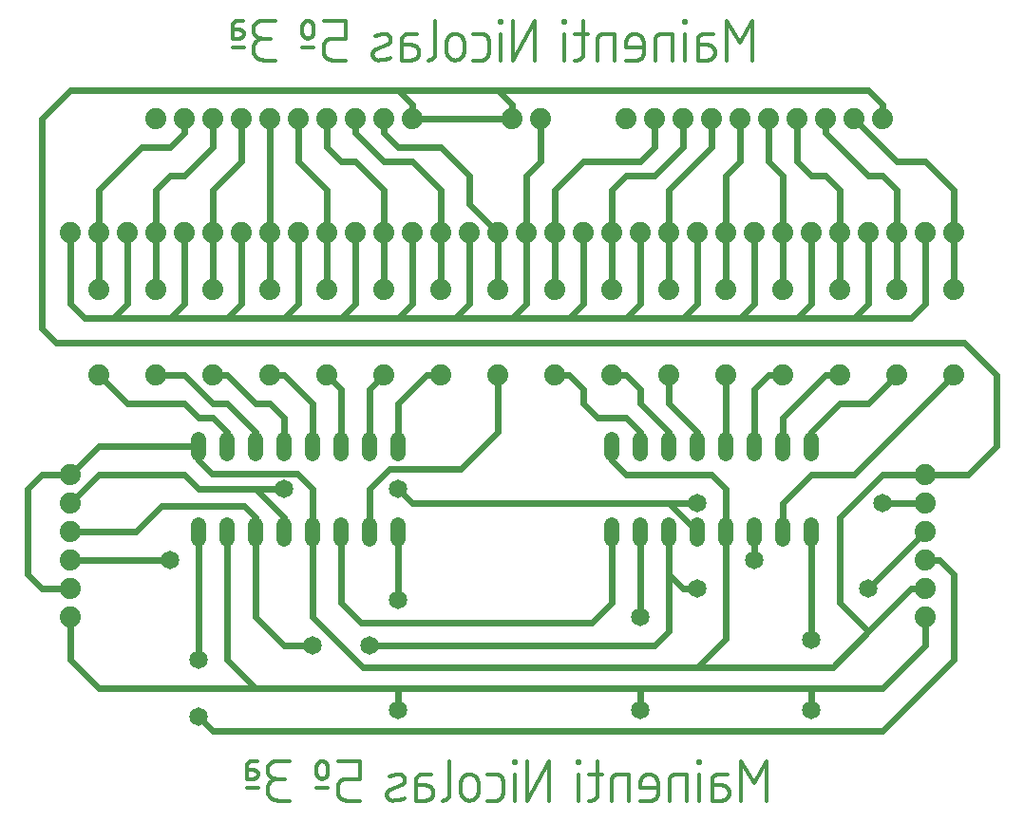
<source format=gbr>
G04 EAGLE Gerber RS-274X export*
G75*
%MOMM*%
%FSLAX34Y34*%
%LPD*%
%INBottom Copper*%
%IPPOS*%
%AMOC8*
5,1,8,0,0,1.08239X$1,22.5*%
G01*
%ADD10C,0.304800*%
%ADD11C,1.879600*%
%ADD12C,1.320800*%
%ADD13C,0.609600*%
%ADD14C,1.651000*%
%ADD15C,0.756400*%


D10*
X1014476Y814324D02*
X1014476Y849376D01*
X1002792Y829903D01*
X991108Y849376D01*
X991108Y814324D01*
X974214Y827955D02*
X965451Y827955D01*
X974214Y827956D02*
X974380Y827954D01*
X974546Y827948D01*
X974712Y827938D01*
X974877Y827924D01*
X975042Y827906D01*
X975206Y827883D01*
X975370Y827857D01*
X975534Y827827D01*
X975696Y827793D01*
X975858Y827755D01*
X976018Y827713D01*
X976178Y827667D01*
X976336Y827617D01*
X976493Y827564D01*
X976649Y827506D01*
X976803Y827445D01*
X976956Y827380D01*
X977107Y827312D01*
X977257Y827239D01*
X977404Y827163D01*
X977550Y827084D01*
X977694Y827001D01*
X977835Y826914D01*
X977975Y826825D01*
X978112Y826731D01*
X978247Y826635D01*
X978380Y826535D01*
X978510Y826432D01*
X978637Y826326D01*
X978762Y826216D01*
X978885Y826104D01*
X979004Y825989D01*
X979121Y825871D01*
X979235Y825750D01*
X979345Y825626D01*
X979453Y825500D01*
X979558Y825371D01*
X979659Y825240D01*
X979757Y825106D01*
X979852Y824970D01*
X979944Y824831D01*
X980032Y824691D01*
X980117Y824548D01*
X980198Y824403D01*
X980276Y824257D01*
X980350Y824108D01*
X980420Y823958D01*
X980487Y823806D01*
X980550Y823652D01*
X980609Y823497D01*
X980665Y823341D01*
X980717Y823183D01*
X980764Y823024D01*
X980808Y822864D01*
X980848Y822703D01*
X980884Y822541D01*
X980917Y822378D01*
X980945Y822214D01*
X980969Y822050D01*
X980989Y821885D01*
X981005Y821720D01*
X981017Y821555D01*
X981025Y821389D01*
X981029Y821223D01*
X981029Y821057D01*
X981025Y820891D01*
X981017Y820725D01*
X981005Y820560D01*
X980989Y820395D01*
X980969Y820230D01*
X980945Y820066D01*
X980917Y819902D01*
X980884Y819739D01*
X980848Y819577D01*
X980808Y819416D01*
X980764Y819256D01*
X980717Y819097D01*
X980665Y818939D01*
X980609Y818783D01*
X980550Y818628D01*
X980487Y818474D01*
X980420Y818322D01*
X980350Y818172D01*
X980276Y818023D01*
X980198Y817877D01*
X980117Y817732D01*
X980032Y817589D01*
X979944Y817449D01*
X979852Y817310D01*
X979757Y817174D01*
X979659Y817040D01*
X979558Y816909D01*
X979453Y816780D01*
X979345Y816654D01*
X979235Y816530D01*
X979121Y816409D01*
X979004Y816291D01*
X978885Y816176D01*
X978762Y816064D01*
X978637Y815954D01*
X978510Y815848D01*
X978380Y815745D01*
X978247Y815645D01*
X978112Y815549D01*
X977975Y815455D01*
X977835Y815366D01*
X977694Y815279D01*
X977550Y815196D01*
X977404Y815117D01*
X977257Y815041D01*
X977107Y814968D01*
X976956Y814900D01*
X976803Y814835D01*
X976649Y814774D01*
X976493Y814716D01*
X976336Y814663D01*
X976178Y814613D01*
X976018Y814567D01*
X975858Y814525D01*
X975696Y814487D01*
X975534Y814453D01*
X975370Y814423D01*
X975206Y814397D01*
X975042Y814374D01*
X974877Y814356D01*
X974712Y814342D01*
X974546Y814332D01*
X974380Y814326D01*
X974214Y814324D01*
X965451Y814324D01*
X965451Y831850D01*
X965453Y832000D01*
X965459Y832151D01*
X965468Y832301D01*
X965482Y832451D01*
X965499Y832600D01*
X965521Y832749D01*
X965546Y832897D01*
X965575Y833045D01*
X965607Y833192D01*
X965644Y833338D01*
X965684Y833483D01*
X965728Y833627D01*
X965775Y833769D01*
X965827Y833911D01*
X965881Y834051D01*
X965940Y834189D01*
X966002Y834327D01*
X966067Y834462D01*
X966136Y834596D01*
X966209Y834727D01*
X966285Y834857D01*
X966364Y834985D01*
X966446Y835111D01*
X966532Y835235D01*
X966620Y835356D01*
X966712Y835476D01*
X966807Y835592D01*
X966905Y835707D01*
X967006Y835818D01*
X967109Y835927D01*
X967216Y836034D01*
X967325Y836137D01*
X967436Y836238D01*
X967551Y836336D01*
X967667Y836431D01*
X967787Y836523D01*
X967908Y836611D01*
X968032Y836697D01*
X968158Y836779D01*
X968286Y836858D01*
X968416Y836934D01*
X968547Y837007D01*
X968681Y837076D01*
X968816Y837141D01*
X968954Y837203D01*
X969092Y837262D01*
X969232Y837316D01*
X969374Y837368D01*
X969516Y837415D01*
X969660Y837459D01*
X969805Y837499D01*
X969951Y837536D01*
X970098Y837568D01*
X970246Y837597D01*
X970394Y837622D01*
X970543Y837644D01*
X970692Y837661D01*
X970842Y837675D01*
X970992Y837684D01*
X971143Y837690D01*
X971293Y837692D01*
X979082Y837692D01*
X954215Y837692D02*
X954215Y814324D01*
X955188Y847429D02*
X955188Y849376D01*
X953241Y849376D01*
X953241Y847429D01*
X955188Y847429D01*
X942954Y837692D02*
X942954Y814324D01*
X942954Y837692D02*
X933217Y837692D01*
X933067Y837690D01*
X932916Y837684D01*
X932766Y837675D01*
X932616Y837661D01*
X932467Y837644D01*
X932318Y837622D01*
X932170Y837597D01*
X932022Y837568D01*
X931875Y837536D01*
X931729Y837499D01*
X931584Y837459D01*
X931440Y837415D01*
X931298Y837368D01*
X931156Y837316D01*
X931016Y837262D01*
X930878Y837203D01*
X930740Y837141D01*
X930605Y837076D01*
X930471Y837007D01*
X930340Y836934D01*
X930210Y836858D01*
X930082Y836779D01*
X929956Y836697D01*
X929832Y836611D01*
X929711Y836523D01*
X929591Y836431D01*
X929475Y836336D01*
X929360Y836238D01*
X929249Y836137D01*
X929140Y836034D01*
X929033Y835927D01*
X928930Y835818D01*
X928829Y835707D01*
X928731Y835592D01*
X928636Y835476D01*
X928544Y835356D01*
X928456Y835235D01*
X928370Y835111D01*
X928288Y834985D01*
X928209Y834857D01*
X928133Y834727D01*
X928060Y834596D01*
X927991Y834462D01*
X927926Y834327D01*
X927864Y834189D01*
X927805Y834051D01*
X927751Y833911D01*
X927699Y833769D01*
X927652Y833627D01*
X927608Y833483D01*
X927568Y833338D01*
X927531Y833192D01*
X927499Y833045D01*
X927470Y832897D01*
X927445Y832749D01*
X927423Y832600D01*
X927406Y832451D01*
X927392Y832301D01*
X927383Y832151D01*
X927377Y832000D01*
X927375Y831850D01*
X927375Y814324D01*
X911394Y814324D02*
X901658Y814324D01*
X911394Y814324D02*
X911544Y814326D01*
X911695Y814332D01*
X911845Y814341D01*
X911995Y814355D01*
X912144Y814372D01*
X912293Y814394D01*
X912441Y814419D01*
X912589Y814448D01*
X912736Y814480D01*
X912882Y814517D01*
X913027Y814557D01*
X913171Y814601D01*
X913313Y814648D01*
X913455Y814700D01*
X913595Y814754D01*
X913733Y814813D01*
X913871Y814875D01*
X914006Y814940D01*
X914140Y815009D01*
X914271Y815082D01*
X914401Y815158D01*
X914529Y815237D01*
X914655Y815319D01*
X914779Y815405D01*
X914900Y815493D01*
X915020Y815585D01*
X915136Y815680D01*
X915251Y815778D01*
X915362Y815879D01*
X915471Y815982D01*
X915578Y816089D01*
X915681Y816198D01*
X915782Y816309D01*
X915880Y816424D01*
X915975Y816540D01*
X916067Y816660D01*
X916155Y816781D01*
X916241Y816905D01*
X916323Y817031D01*
X916402Y817159D01*
X916478Y817289D01*
X916551Y817420D01*
X916620Y817554D01*
X916685Y817689D01*
X916747Y817827D01*
X916806Y817965D01*
X916860Y818105D01*
X916912Y818247D01*
X916959Y818389D01*
X917003Y818533D01*
X917043Y818678D01*
X917080Y818824D01*
X917112Y818971D01*
X917141Y819119D01*
X917166Y819267D01*
X917188Y819416D01*
X917205Y819565D01*
X917219Y819715D01*
X917228Y819865D01*
X917234Y820016D01*
X917236Y820166D01*
X917236Y829903D01*
X917234Y830093D01*
X917227Y830282D01*
X917215Y830472D01*
X917199Y830661D01*
X917178Y830849D01*
X917153Y831037D01*
X917123Y831224D01*
X917089Y831411D01*
X917050Y831597D01*
X917006Y831781D01*
X916958Y831965D01*
X916906Y832147D01*
X916849Y832328D01*
X916788Y832507D01*
X916722Y832685D01*
X916652Y832862D01*
X916578Y833036D01*
X916500Y833209D01*
X916417Y833380D01*
X916330Y833549D01*
X916239Y833715D01*
X916145Y833879D01*
X916046Y834041D01*
X915943Y834201D01*
X915836Y834358D01*
X915726Y834512D01*
X915612Y834663D01*
X915494Y834812D01*
X915373Y834958D01*
X915248Y835101D01*
X915120Y835240D01*
X914988Y835377D01*
X914853Y835510D01*
X914715Y835640D01*
X914574Y835767D01*
X914429Y835890D01*
X914282Y836010D01*
X914132Y836125D01*
X913979Y836238D01*
X913823Y836346D01*
X913665Y836451D01*
X913505Y836552D01*
X913342Y836648D01*
X913176Y836741D01*
X913008Y836830D01*
X912839Y836915D01*
X912667Y836995D01*
X912493Y837072D01*
X912318Y837144D01*
X912141Y837211D01*
X911962Y837275D01*
X911782Y837334D01*
X911600Y837389D01*
X911417Y837439D01*
X911233Y837484D01*
X911048Y837526D01*
X910862Y837562D01*
X910675Y837595D01*
X910487Y837622D01*
X910299Y837645D01*
X910110Y837664D01*
X909921Y837678D01*
X909731Y837687D01*
X909542Y837691D01*
X909352Y837691D01*
X909163Y837687D01*
X908973Y837678D01*
X908784Y837664D01*
X908595Y837645D01*
X908407Y837622D01*
X908219Y837595D01*
X908032Y837562D01*
X907846Y837526D01*
X907661Y837484D01*
X907477Y837439D01*
X907294Y837389D01*
X907112Y837334D01*
X906932Y837275D01*
X906753Y837211D01*
X906576Y837144D01*
X906401Y837072D01*
X906227Y836995D01*
X906055Y836915D01*
X905886Y836830D01*
X905718Y836741D01*
X905553Y836648D01*
X905389Y836552D01*
X905229Y836451D01*
X905071Y836346D01*
X904915Y836238D01*
X904762Y836125D01*
X904612Y836010D01*
X904465Y835890D01*
X904320Y835767D01*
X904179Y835640D01*
X904041Y835510D01*
X903906Y835377D01*
X903774Y835240D01*
X903646Y835101D01*
X903521Y834958D01*
X903400Y834812D01*
X903282Y834663D01*
X903168Y834512D01*
X903058Y834358D01*
X902951Y834201D01*
X902848Y834041D01*
X902749Y833879D01*
X902655Y833715D01*
X902564Y833549D01*
X902477Y833380D01*
X902394Y833209D01*
X902316Y833036D01*
X902242Y832862D01*
X902172Y832685D01*
X902106Y832507D01*
X902045Y832328D01*
X901988Y832147D01*
X901936Y831965D01*
X901888Y831781D01*
X901844Y831597D01*
X901805Y831411D01*
X901771Y831224D01*
X901741Y831037D01*
X901716Y830849D01*
X901695Y830661D01*
X901679Y830472D01*
X901667Y830282D01*
X901660Y830093D01*
X901658Y829903D01*
X901658Y826008D01*
X917236Y826008D01*
X891519Y814324D02*
X891519Y837692D01*
X881782Y837692D01*
X881632Y837690D01*
X881481Y837684D01*
X881331Y837675D01*
X881181Y837661D01*
X881032Y837644D01*
X880883Y837622D01*
X880735Y837597D01*
X880587Y837568D01*
X880440Y837536D01*
X880294Y837499D01*
X880149Y837459D01*
X880005Y837415D01*
X879863Y837368D01*
X879721Y837316D01*
X879581Y837262D01*
X879443Y837203D01*
X879305Y837141D01*
X879170Y837076D01*
X879036Y837007D01*
X878905Y836934D01*
X878775Y836858D01*
X878647Y836779D01*
X878521Y836697D01*
X878397Y836611D01*
X878276Y836523D01*
X878156Y836431D01*
X878040Y836336D01*
X877925Y836238D01*
X877814Y836137D01*
X877705Y836034D01*
X877598Y835927D01*
X877495Y835818D01*
X877394Y835707D01*
X877296Y835592D01*
X877201Y835476D01*
X877109Y835356D01*
X877021Y835235D01*
X876935Y835111D01*
X876853Y834985D01*
X876774Y834857D01*
X876698Y834727D01*
X876625Y834596D01*
X876556Y834462D01*
X876491Y834327D01*
X876429Y834189D01*
X876370Y834051D01*
X876316Y833911D01*
X876264Y833769D01*
X876217Y833627D01*
X876173Y833483D01*
X876133Y833338D01*
X876096Y833192D01*
X876064Y833045D01*
X876035Y832897D01*
X876010Y832749D01*
X875988Y832600D01*
X875971Y832451D01*
X875957Y832301D01*
X875948Y832151D01*
X875942Y832000D01*
X875940Y831850D01*
X875940Y814324D01*
X867622Y837692D02*
X855938Y837692D01*
X863727Y849376D02*
X863727Y820166D01*
X863725Y820016D01*
X863719Y819865D01*
X863710Y819715D01*
X863696Y819565D01*
X863679Y819416D01*
X863657Y819267D01*
X863632Y819119D01*
X863603Y818971D01*
X863571Y818824D01*
X863534Y818678D01*
X863494Y818533D01*
X863450Y818389D01*
X863403Y818247D01*
X863351Y818105D01*
X863297Y817965D01*
X863238Y817827D01*
X863176Y817689D01*
X863111Y817554D01*
X863042Y817420D01*
X862969Y817289D01*
X862893Y817159D01*
X862814Y817031D01*
X862732Y816905D01*
X862646Y816781D01*
X862558Y816660D01*
X862466Y816540D01*
X862371Y816424D01*
X862273Y816309D01*
X862172Y816198D01*
X862069Y816089D01*
X861962Y815982D01*
X861853Y815879D01*
X861742Y815778D01*
X861627Y815680D01*
X861511Y815585D01*
X861391Y815493D01*
X861270Y815405D01*
X861146Y815319D01*
X861020Y815237D01*
X860892Y815158D01*
X860762Y815082D01*
X860631Y815009D01*
X860497Y814940D01*
X860362Y814875D01*
X860224Y814813D01*
X860086Y814754D01*
X859946Y814700D01*
X859804Y814648D01*
X859662Y814601D01*
X859518Y814557D01*
X859373Y814517D01*
X859227Y814480D01*
X859080Y814448D01*
X858932Y814419D01*
X858784Y814394D01*
X858635Y814372D01*
X858486Y814355D01*
X858336Y814341D01*
X858186Y814332D01*
X858035Y814326D01*
X857885Y814324D01*
X855938Y814324D01*
X846582Y814324D02*
X846582Y837692D01*
X847556Y847429D02*
X847556Y849376D01*
X845609Y849376D01*
X845609Y847429D01*
X847556Y847429D01*
X820124Y849376D02*
X820124Y814324D01*
X800650Y814324D02*
X820124Y849376D01*
X800650Y849376D02*
X800650Y814324D01*
X789432Y814324D02*
X789432Y837692D01*
X790406Y847429D02*
X790406Y849376D01*
X788458Y849376D01*
X788458Y847429D01*
X790406Y847429D01*
X773290Y814324D02*
X765501Y814324D01*
X773290Y814324D02*
X773440Y814326D01*
X773591Y814332D01*
X773741Y814341D01*
X773891Y814355D01*
X774040Y814372D01*
X774189Y814394D01*
X774337Y814419D01*
X774485Y814448D01*
X774632Y814480D01*
X774778Y814517D01*
X774923Y814557D01*
X775067Y814601D01*
X775209Y814648D01*
X775351Y814700D01*
X775491Y814754D01*
X775629Y814813D01*
X775767Y814875D01*
X775902Y814940D01*
X776036Y815009D01*
X776167Y815082D01*
X776297Y815158D01*
X776425Y815237D01*
X776551Y815319D01*
X776675Y815405D01*
X776796Y815493D01*
X776916Y815585D01*
X777032Y815680D01*
X777147Y815778D01*
X777258Y815879D01*
X777367Y815982D01*
X777474Y816089D01*
X777577Y816198D01*
X777678Y816309D01*
X777776Y816424D01*
X777871Y816540D01*
X777963Y816660D01*
X778051Y816781D01*
X778137Y816905D01*
X778219Y817031D01*
X778298Y817159D01*
X778374Y817289D01*
X778447Y817420D01*
X778516Y817554D01*
X778581Y817689D01*
X778643Y817827D01*
X778702Y817965D01*
X778756Y818105D01*
X778808Y818247D01*
X778855Y818389D01*
X778899Y818533D01*
X778939Y818678D01*
X778976Y818824D01*
X779008Y818971D01*
X779037Y819119D01*
X779062Y819267D01*
X779084Y819416D01*
X779101Y819565D01*
X779115Y819715D01*
X779124Y819865D01*
X779130Y820016D01*
X779132Y820166D01*
X779132Y831850D01*
X779130Y832000D01*
X779124Y832151D01*
X779115Y832301D01*
X779101Y832451D01*
X779084Y832600D01*
X779062Y832749D01*
X779037Y832897D01*
X779008Y833045D01*
X778976Y833192D01*
X778939Y833338D01*
X778899Y833483D01*
X778855Y833627D01*
X778808Y833769D01*
X778756Y833911D01*
X778702Y834051D01*
X778643Y834189D01*
X778581Y834327D01*
X778516Y834462D01*
X778447Y834596D01*
X778374Y834727D01*
X778298Y834857D01*
X778219Y834985D01*
X778137Y835111D01*
X778051Y835235D01*
X777963Y835356D01*
X777871Y835476D01*
X777776Y835592D01*
X777678Y835707D01*
X777577Y835818D01*
X777474Y835927D01*
X777367Y836034D01*
X777258Y836137D01*
X777147Y836238D01*
X777032Y836336D01*
X776916Y836431D01*
X776796Y836523D01*
X776675Y836611D01*
X776551Y836697D01*
X776425Y836779D01*
X776297Y836858D01*
X776167Y836934D01*
X776036Y837007D01*
X775902Y837076D01*
X775767Y837141D01*
X775629Y837203D01*
X775491Y837262D01*
X775351Y837316D01*
X775209Y837368D01*
X775067Y837415D01*
X774923Y837459D01*
X774778Y837499D01*
X774632Y837536D01*
X774485Y837568D01*
X774337Y837597D01*
X774189Y837622D01*
X774040Y837644D01*
X773891Y837661D01*
X773741Y837675D01*
X773591Y837684D01*
X773440Y837690D01*
X773290Y837692D01*
X765501Y837692D01*
X757217Y829903D02*
X757217Y822113D01*
X757216Y829903D02*
X757214Y830093D01*
X757207Y830282D01*
X757195Y830472D01*
X757179Y830661D01*
X757158Y830849D01*
X757133Y831037D01*
X757103Y831224D01*
X757069Y831411D01*
X757030Y831597D01*
X756986Y831781D01*
X756938Y831965D01*
X756886Y832147D01*
X756829Y832328D01*
X756768Y832507D01*
X756702Y832685D01*
X756632Y832862D01*
X756558Y833036D01*
X756480Y833209D01*
X756397Y833380D01*
X756310Y833549D01*
X756219Y833715D01*
X756125Y833879D01*
X756026Y834041D01*
X755923Y834201D01*
X755816Y834358D01*
X755706Y834512D01*
X755592Y834663D01*
X755474Y834812D01*
X755353Y834958D01*
X755228Y835101D01*
X755100Y835240D01*
X754968Y835377D01*
X754833Y835510D01*
X754695Y835640D01*
X754554Y835767D01*
X754409Y835890D01*
X754262Y836010D01*
X754112Y836125D01*
X753959Y836238D01*
X753803Y836346D01*
X753645Y836451D01*
X753485Y836552D01*
X753322Y836648D01*
X753156Y836741D01*
X752988Y836830D01*
X752819Y836915D01*
X752647Y836995D01*
X752473Y837072D01*
X752298Y837144D01*
X752121Y837211D01*
X751942Y837275D01*
X751762Y837334D01*
X751580Y837389D01*
X751397Y837439D01*
X751213Y837484D01*
X751028Y837526D01*
X750842Y837562D01*
X750655Y837595D01*
X750467Y837622D01*
X750279Y837645D01*
X750090Y837664D01*
X749901Y837678D01*
X749711Y837687D01*
X749522Y837691D01*
X749332Y837691D01*
X749143Y837687D01*
X748953Y837678D01*
X748764Y837664D01*
X748575Y837645D01*
X748387Y837622D01*
X748199Y837595D01*
X748012Y837562D01*
X747826Y837526D01*
X747641Y837484D01*
X747457Y837439D01*
X747274Y837389D01*
X747092Y837334D01*
X746912Y837275D01*
X746733Y837211D01*
X746556Y837144D01*
X746381Y837072D01*
X746207Y836995D01*
X746035Y836915D01*
X745866Y836830D01*
X745698Y836741D01*
X745533Y836648D01*
X745369Y836552D01*
X745209Y836451D01*
X745051Y836346D01*
X744895Y836238D01*
X744742Y836125D01*
X744592Y836010D01*
X744445Y835890D01*
X744300Y835767D01*
X744159Y835640D01*
X744021Y835510D01*
X743886Y835377D01*
X743754Y835240D01*
X743626Y835101D01*
X743501Y834958D01*
X743380Y834812D01*
X743262Y834663D01*
X743148Y834512D01*
X743038Y834358D01*
X742931Y834201D01*
X742828Y834041D01*
X742729Y833879D01*
X742635Y833715D01*
X742544Y833549D01*
X742457Y833380D01*
X742374Y833209D01*
X742296Y833036D01*
X742222Y832862D01*
X742152Y832685D01*
X742086Y832507D01*
X742025Y832328D01*
X741968Y832147D01*
X741916Y831965D01*
X741868Y831781D01*
X741824Y831597D01*
X741785Y831411D01*
X741751Y831224D01*
X741721Y831037D01*
X741696Y830849D01*
X741675Y830661D01*
X741659Y830472D01*
X741647Y830282D01*
X741640Y830093D01*
X741638Y829903D01*
X741638Y822113D01*
X741640Y821923D01*
X741647Y821734D01*
X741659Y821544D01*
X741675Y821355D01*
X741696Y821167D01*
X741721Y820979D01*
X741751Y820792D01*
X741785Y820605D01*
X741824Y820419D01*
X741868Y820235D01*
X741916Y820051D01*
X741968Y819869D01*
X742025Y819688D01*
X742086Y819509D01*
X742152Y819331D01*
X742222Y819154D01*
X742296Y818980D01*
X742374Y818807D01*
X742457Y818636D01*
X742544Y818467D01*
X742635Y818301D01*
X742729Y818137D01*
X742828Y817975D01*
X742931Y817815D01*
X743038Y817658D01*
X743148Y817504D01*
X743262Y817353D01*
X743380Y817204D01*
X743501Y817058D01*
X743626Y816915D01*
X743754Y816776D01*
X743886Y816639D01*
X744021Y816506D01*
X744159Y816376D01*
X744300Y816249D01*
X744445Y816126D01*
X744592Y816006D01*
X744742Y815891D01*
X744895Y815778D01*
X745051Y815670D01*
X745209Y815565D01*
X745369Y815464D01*
X745533Y815368D01*
X745698Y815275D01*
X745866Y815186D01*
X746035Y815101D01*
X746207Y815021D01*
X746381Y814944D01*
X746556Y814872D01*
X746733Y814805D01*
X746912Y814741D01*
X747092Y814682D01*
X747274Y814627D01*
X747457Y814577D01*
X747641Y814532D01*
X747826Y814490D01*
X748012Y814454D01*
X748199Y814421D01*
X748387Y814394D01*
X748575Y814371D01*
X748764Y814352D01*
X748953Y814338D01*
X749143Y814329D01*
X749332Y814325D01*
X749522Y814325D01*
X749711Y814329D01*
X749901Y814338D01*
X750090Y814352D01*
X750279Y814371D01*
X750467Y814394D01*
X750655Y814421D01*
X750842Y814454D01*
X751028Y814490D01*
X751213Y814532D01*
X751397Y814577D01*
X751580Y814627D01*
X751762Y814682D01*
X751942Y814741D01*
X752121Y814805D01*
X752298Y814872D01*
X752473Y814944D01*
X752647Y815021D01*
X752819Y815101D01*
X752988Y815186D01*
X753156Y815275D01*
X753322Y815368D01*
X753485Y815464D01*
X753645Y815565D01*
X753803Y815670D01*
X753959Y815778D01*
X754112Y815891D01*
X754262Y816006D01*
X754409Y816126D01*
X754554Y816249D01*
X754695Y816376D01*
X754833Y816506D01*
X754968Y816639D01*
X755100Y816776D01*
X755228Y816915D01*
X755353Y817058D01*
X755474Y817204D01*
X755592Y817353D01*
X755706Y817504D01*
X755816Y817658D01*
X755923Y817815D01*
X756026Y817975D01*
X756125Y818137D01*
X756219Y818301D01*
X756310Y818467D01*
X756397Y818636D01*
X756480Y818807D01*
X756558Y818980D01*
X756632Y819154D01*
X756702Y819331D01*
X756768Y819509D01*
X756829Y819688D01*
X756886Y819869D01*
X756938Y820051D01*
X756986Y820235D01*
X757030Y820419D01*
X757069Y820605D01*
X757103Y820792D01*
X757133Y820979D01*
X757158Y821167D01*
X757179Y821355D01*
X757195Y821544D01*
X757207Y821734D01*
X757214Y821923D01*
X757216Y822113D01*
X731414Y820166D02*
X731414Y849376D01*
X731414Y820166D02*
X731412Y820016D01*
X731406Y819865D01*
X731397Y819715D01*
X731383Y819565D01*
X731366Y819416D01*
X731344Y819267D01*
X731319Y819119D01*
X731290Y818971D01*
X731258Y818824D01*
X731221Y818678D01*
X731181Y818533D01*
X731137Y818389D01*
X731090Y818247D01*
X731038Y818105D01*
X730984Y817965D01*
X730925Y817827D01*
X730863Y817689D01*
X730798Y817554D01*
X730729Y817420D01*
X730656Y817289D01*
X730580Y817159D01*
X730501Y817031D01*
X730419Y816905D01*
X730333Y816781D01*
X730245Y816660D01*
X730153Y816540D01*
X730058Y816424D01*
X729960Y816309D01*
X729859Y816198D01*
X729756Y816089D01*
X729649Y815982D01*
X729540Y815879D01*
X729429Y815778D01*
X729314Y815680D01*
X729198Y815585D01*
X729078Y815493D01*
X728957Y815405D01*
X728833Y815319D01*
X728707Y815237D01*
X728579Y815158D01*
X728449Y815082D01*
X728318Y815009D01*
X728184Y814940D01*
X728049Y814875D01*
X727911Y814813D01*
X727773Y814754D01*
X727633Y814700D01*
X727491Y814648D01*
X727349Y814601D01*
X727205Y814557D01*
X727060Y814517D01*
X726914Y814480D01*
X726767Y814448D01*
X726619Y814419D01*
X726471Y814394D01*
X726322Y814372D01*
X726173Y814355D01*
X726023Y814341D01*
X725873Y814332D01*
X725722Y814326D01*
X725572Y814324D01*
X710372Y827955D02*
X701609Y827955D01*
X710372Y827956D02*
X710538Y827954D01*
X710704Y827948D01*
X710870Y827938D01*
X711035Y827924D01*
X711200Y827906D01*
X711364Y827883D01*
X711528Y827857D01*
X711692Y827827D01*
X711854Y827793D01*
X712016Y827755D01*
X712176Y827713D01*
X712336Y827667D01*
X712494Y827617D01*
X712651Y827564D01*
X712807Y827506D01*
X712961Y827445D01*
X713114Y827380D01*
X713265Y827312D01*
X713415Y827239D01*
X713562Y827163D01*
X713708Y827084D01*
X713852Y827001D01*
X713993Y826914D01*
X714133Y826825D01*
X714270Y826731D01*
X714405Y826635D01*
X714538Y826535D01*
X714668Y826432D01*
X714795Y826326D01*
X714920Y826216D01*
X715043Y826104D01*
X715162Y825989D01*
X715279Y825871D01*
X715393Y825750D01*
X715503Y825626D01*
X715611Y825500D01*
X715716Y825371D01*
X715817Y825240D01*
X715915Y825106D01*
X716010Y824970D01*
X716102Y824831D01*
X716190Y824691D01*
X716275Y824548D01*
X716356Y824403D01*
X716434Y824257D01*
X716508Y824108D01*
X716578Y823958D01*
X716645Y823806D01*
X716708Y823652D01*
X716767Y823497D01*
X716823Y823341D01*
X716875Y823183D01*
X716922Y823024D01*
X716966Y822864D01*
X717006Y822703D01*
X717042Y822541D01*
X717075Y822378D01*
X717103Y822214D01*
X717127Y822050D01*
X717147Y821885D01*
X717163Y821720D01*
X717175Y821555D01*
X717183Y821389D01*
X717187Y821223D01*
X717187Y821057D01*
X717183Y820891D01*
X717175Y820725D01*
X717163Y820560D01*
X717147Y820395D01*
X717127Y820230D01*
X717103Y820066D01*
X717075Y819902D01*
X717042Y819739D01*
X717006Y819577D01*
X716966Y819416D01*
X716922Y819256D01*
X716875Y819097D01*
X716823Y818939D01*
X716767Y818783D01*
X716708Y818628D01*
X716645Y818474D01*
X716578Y818322D01*
X716508Y818172D01*
X716434Y818023D01*
X716356Y817877D01*
X716275Y817732D01*
X716190Y817589D01*
X716102Y817449D01*
X716010Y817310D01*
X715915Y817174D01*
X715817Y817040D01*
X715716Y816909D01*
X715611Y816780D01*
X715503Y816654D01*
X715393Y816530D01*
X715279Y816409D01*
X715162Y816291D01*
X715043Y816176D01*
X714920Y816064D01*
X714795Y815954D01*
X714668Y815848D01*
X714538Y815745D01*
X714405Y815645D01*
X714270Y815549D01*
X714133Y815455D01*
X713993Y815366D01*
X713852Y815279D01*
X713708Y815196D01*
X713562Y815117D01*
X713415Y815041D01*
X713265Y814968D01*
X713114Y814900D01*
X712961Y814835D01*
X712807Y814774D01*
X712651Y814716D01*
X712494Y814663D01*
X712336Y814613D01*
X712176Y814567D01*
X712016Y814525D01*
X711854Y814487D01*
X711692Y814453D01*
X711528Y814423D01*
X711364Y814397D01*
X711200Y814374D01*
X711035Y814356D01*
X710870Y814342D01*
X710704Y814332D01*
X710538Y814326D01*
X710372Y814324D01*
X701609Y814324D01*
X701609Y831850D01*
X701611Y832000D01*
X701617Y832151D01*
X701626Y832301D01*
X701640Y832451D01*
X701657Y832600D01*
X701679Y832749D01*
X701704Y832897D01*
X701733Y833045D01*
X701765Y833192D01*
X701802Y833338D01*
X701842Y833483D01*
X701886Y833627D01*
X701933Y833769D01*
X701985Y833911D01*
X702039Y834051D01*
X702098Y834189D01*
X702160Y834327D01*
X702225Y834462D01*
X702294Y834596D01*
X702367Y834727D01*
X702443Y834857D01*
X702522Y834985D01*
X702604Y835111D01*
X702690Y835235D01*
X702778Y835356D01*
X702870Y835476D01*
X702965Y835592D01*
X703063Y835707D01*
X703164Y835818D01*
X703267Y835927D01*
X703374Y836034D01*
X703483Y836137D01*
X703594Y836238D01*
X703709Y836336D01*
X703825Y836431D01*
X703945Y836523D01*
X704066Y836611D01*
X704190Y836697D01*
X704316Y836779D01*
X704444Y836858D01*
X704574Y836934D01*
X704705Y837007D01*
X704839Y837076D01*
X704974Y837141D01*
X705112Y837203D01*
X705250Y837262D01*
X705390Y837316D01*
X705532Y837368D01*
X705674Y837415D01*
X705818Y837459D01*
X705963Y837499D01*
X706109Y837536D01*
X706256Y837568D01*
X706404Y837597D01*
X706552Y837622D01*
X706701Y837644D01*
X706850Y837661D01*
X707000Y837675D01*
X707150Y837684D01*
X707301Y837690D01*
X707451Y837692D01*
X715240Y837692D01*
X688573Y827955D02*
X678836Y824061D01*
X688573Y827955D02*
X688704Y828010D01*
X688833Y828068D01*
X688960Y828129D01*
X689086Y828194D01*
X689210Y828263D01*
X689332Y828335D01*
X689451Y828411D01*
X689569Y828490D01*
X689684Y828572D01*
X689797Y828657D01*
X689908Y828745D01*
X690016Y828837D01*
X690121Y828931D01*
X690224Y829029D01*
X690324Y829129D01*
X690421Y829232D01*
X690515Y829338D01*
X690606Y829446D01*
X690694Y829557D01*
X690779Y829670D01*
X690861Y829786D01*
X690939Y829903D01*
X691014Y830023D01*
X691086Y830145D01*
X691154Y830269D01*
X691219Y830395D01*
X691280Y830523D01*
X691338Y830652D01*
X691392Y830783D01*
X691442Y830915D01*
X691489Y831049D01*
X691532Y831184D01*
X691571Y831320D01*
X691606Y831457D01*
X691637Y831595D01*
X691664Y831734D01*
X691688Y831873D01*
X691708Y832014D01*
X691723Y832154D01*
X691735Y832295D01*
X691743Y832437D01*
X691747Y832578D01*
X691746Y832720D01*
X691742Y832861D01*
X691734Y833002D01*
X691722Y833143D01*
X691706Y833284D01*
X691686Y833424D01*
X691662Y833564D01*
X691635Y833702D01*
X691603Y833840D01*
X691567Y833977D01*
X691528Y834113D01*
X691485Y834248D01*
X691438Y834382D01*
X691388Y834514D01*
X691333Y834645D01*
X691275Y834774D01*
X691214Y834901D01*
X691149Y835027D01*
X691080Y835151D01*
X691008Y835273D01*
X690933Y835392D01*
X690854Y835510D01*
X690772Y835625D01*
X690687Y835738D01*
X690598Y835849D01*
X690507Y835957D01*
X690413Y836063D01*
X690315Y836165D01*
X690215Y836265D01*
X690112Y836363D01*
X690007Y836457D01*
X689898Y836548D01*
X689788Y836636D01*
X689675Y836721D01*
X689559Y836803D01*
X689441Y836882D01*
X689322Y836957D01*
X689200Y837029D01*
X689076Y837097D01*
X688950Y837162D01*
X688822Y837223D01*
X688693Y837281D01*
X688562Y837335D01*
X688430Y837386D01*
X688296Y837432D01*
X688162Y837475D01*
X688026Y837514D01*
X687888Y837550D01*
X687750Y837581D01*
X687612Y837609D01*
X687472Y837632D01*
X687332Y837652D01*
X687191Y837668D01*
X687050Y837680D01*
X686909Y837688D01*
X686767Y837692D01*
X686626Y837691D01*
X686626Y837692D02*
X686095Y837678D01*
X685564Y837651D01*
X685033Y837611D01*
X684504Y837559D01*
X683976Y837494D01*
X683450Y837417D01*
X682926Y837326D01*
X682405Y837224D01*
X681886Y837108D01*
X681369Y836980D01*
X680857Y836840D01*
X680347Y836688D01*
X679842Y836523D01*
X679340Y836346D01*
X678843Y836158D01*
X678351Y835957D01*
X677863Y835744D01*
X678837Y824061D02*
X678706Y824006D01*
X678577Y823948D01*
X678450Y823887D01*
X678324Y823822D01*
X678200Y823753D01*
X678079Y823681D01*
X677959Y823605D01*
X677841Y823526D01*
X677726Y823444D01*
X677613Y823359D01*
X677502Y823271D01*
X677394Y823179D01*
X677289Y823085D01*
X677186Y822987D01*
X677086Y822887D01*
X676989Y822784D01*
X676895Y822678D01*
X676804Y822570D01*
X676716Y822459D01*
X676631Y822346D01*
X676549Y822230D01*
X676471Y822113D01*
X676396Y821993D01*
X676324Y821871D01*
X676256Y821747D01*
X676191Y821621D01*
X676130Y821493D01*
X676072Y821364D01*
X676018Y821233D01*
X675968Y821101D01*
X675921Y820967D01*
X675878Y820832D01*
X675839Y820696D01*
X675804Y820559D01*
X675773Y820421D01*
X675746Y820282D01*
X675722Y820143D01*
X675702Y820002D01*
X675687Y819862D01*
X675675Y819721D01*
X675667Y819579D01*
X675663Y819438D01*
X675664Y819296D01*
X675668Y819155D01*
X675676Y819014D01*
X675688Y818873D01*
X675704Y818732D01*
X675724Y818592D01*
X675748Y818452D01*
X675775Y818314D01*
X675807Y818176D01*
X675843Y818039D01*
X675882Y817903D01*
X675925Y817768D01*
X675972Y817634D01*
X676022Y817502D01*
X676077Y817371D01*
X676135Y817242D01*
X676196Y817115D01*
X676261Y816989D01*
X676330Y816865D01*
X676402Y816743D01*
X676477Y816624D01*
X676556Y816506D01*
X676638Y816391D01*
X676723Y816278D01*
X676812Y816167D01*
X676903Y816059D01*
X676997Y815953D01*
X677095Y815851D01*
X677195Y815751D01*
X677298Y815653D01*
X677403Y815559D01*
X677511Y815468D01*
X677622Y815380D01*
X677735Y815295D01*
X677851Y815213D01*
X677969Y815134D01*
X678088Y815059D01*
X678210Y814987D01*
X678334Y814919D01*
X678460Y814854D01*
X678588Y814793D01*
X678717Y814735D01*
X678848Y814681D01*
X678980Y814630D01*
X679114Y814584D01*
X679248Y814541D01*
X679384Y814502D01*
X679522Y814466D01*
X679660Y814435D01*
X679798Y814407D01*
X679938Y814384D01*
X680078Y814364D01*
X680219Y814348D01*
X680360Y814336D01*
X680501Y814328D01*
X680643Y814324D01*
X680784Y814325D01*
X680784Y814324D02*
X681564Y814345D01*
X682345Y814384D01*
X683124Y814441D01*
X683901Y814517D01*
X684676Y814611D01*
X685449Y814723D01*
X686219Y814854D01*
X686986Y815002D01*
X687749Y815169D01*
X688508Y815354D01*
X689263Y815557D01*
X690012Y815778D01*
X690756Y816016D01*
X691494Y816272D01*
X651531Y814324D02*
X639847Y814324D01*
X639659Y814326D01*
X639471Y814333D01*
X639283Y814344D01*
X639095Y814360D01*
X638908Y814381D01*
X638722Y814406D01*
X638536Y814435D01*
X638351Y814469D01*
X638166Y814508D01*
X637983Y814550D01*
X637801Y814598D01*
X637620Y814649D01*
X637440Y814705D01*
X637262Y814766D01*
X637085Y814830D01*
X636910Y814899D01*
X636736Y814972D01*
X636565Y815049D01*
X636395Y815131D01*
X636227Y815216D01*
X636062Y815306D01*
X635898Y815399D01*
X635737Y815496D01*
X635579Y815598D01*
X635422Y815703D01*
X635269Y815812D01*
X635118Y815924D01*
X634970Y816040D01*
X634824Y816160D01*
X634682Y816283D01*
X634543Y816409D01*
X634406Y816539D01*
X634273Y816672D01*
X634143Y816809D01*
X634017Y816948D01*
X633894Y817090D01*
X633774Y817236D01*
X633658Y817384D01*
X633546Y817535D01*
X633437Y817688D01*
X633332Y817845D01*
X633230Y818003D01*
X633133Y818164D01*
X633040Y818328D01*
X632950Y818493D01*
X632865Y818661D01*
X632783Y818831D01*
X632706Y819002D01*
X632633Y819176D01*
X632564Y819351D01*
X632500Y819528D01*
X632439Y819706D01*
X632383Y819886D01*
X632332Y820067D01*
X632284Y820249D01*
X632242Y820432D01*
X632203Y820617D01*
X632169Y820802D01*
X632140Y820988D01*
X632115Y821174D01*
X632094Y821361D01*
X632078Y821549D01*
X632067Y821737D01*
X632060Y821925D01*
X632058Y822113D01*
X632058Y826008D01*
X632060Y826196D01*
X632067Y826384D01*
X632078Y826572D01*
X632094Y826760D01*
X632115Y826947D01*
X632140Y827133D01*
X632169Y827319D01*
X632203Y827504D01*
X632242Y827689D01*
X632284Y827872D01*
X632332Y828054D01*
X632383Y828235D01*
X632439Y828415D01*
X632500Y828593D01*
X632564Y828770D01*
X632633Y828945D01*
X632706Y829119D01*
X632783Y829290D01*
X632865Y829460D01*
X632950Y829628D01*
X633040Y829793D01*
X633133Y829957D01*
X633230Y830118D01*
X633332Y830276D01*
X633437Y830433D01*
X633546Y830586D01*
X633658Y830737D01*
X633774Y830885D01*
X633894Y831031D01*
X634017Y831173D01*
X634143Y831312D01*
X634273Y831449D01*
X634406Y831582D01*
X634543Y831712D01*
X634682Y831838D01*
X634824Y831961D01*
X634970Y832081D01*
X635118Y832197D01*
X635269Y832309D01*
X635422Y832418D01*
X635579Y832523D01*
X635737Y832625D01*
X635898Y832722D01*
X636062Y832815D01*
X636227Y832905D01*
X636395Y832990D01*
X636565Y833072D01*
X636736Y833149D01*
X636910Y833222D01*
X637085Y833291D01*
X637262Y833355D01*
X637440Y833416D01*
X637620Y833472D01*
X637801Y833523D01*
X637983Y833571D01*
X638166Y833613D01*
X638351Y833652D01*
X638536Y833686D01*
X638722Y833715D01*
X638908Y833740D01*
X639095Y833761D01*
X639283Y833777D01*
X639471Y833788D01*
X639659Y833795D01*
X639847Y833797D01*
X651531Y833797D01*
X651531Y849376D01*
X632058Y849376D01*
X622851Y844508D02*
X622851Y838666D01*
X622850Y844508D02*
X622848Y844646D01*
X622842Y844783D01*
X622832Y844921D01*
X622819Y845058D01*
X622801Y845195D01*
X622780Y845331D01*
X622755Y845466D01*
X622726Y845601D01*
X622693Y845735D01*
X622656Y845867D01*
X622616Y845999D01*
X622572Y846130D01*
X622524Y846259D01*
X622473Y846387D01*
X622418Y846513D01*
X622359Y846638D01*
X622297Y846761D01*
X622232Y846882D01*
X622163Y847001D01*
X622091Y847119D01*
X622015Y847234D01*
X621936Y847347D01*
X621855Y847458D01*
X621769Y847566D01*
X621681Y847672D01*
X621590Y847776D01*
X621496Y847876D01*
X621400Y847974D01*
X621300Y848070D01*
X621198Y848162D01*
X621093Y848252D01*
X620986Y848338D01*
X620877Y848422D01*
X620765Y848502D01*
X620651Y848579D01*
X620534Y848653D01*
X620416Y848724D01*
X620296Y848791D01*
X620174Y848855D01*
X620050Y848915D01*
X619924Y848972D01*
X619797Y849025D01*
X619669Y849075D01*
X619539Y849120D01*
X619407Y849163D01*
X619275Y849201D01*
X619142Y849236D01*
X619008Y849267D01*
X618873Y849294D01*
X618737Y849317D01*
X618600Y849337D01*
X618463Y849352D01*
X618326Y849364D01*
X618189Y849372D01*
X618051Y849376D01*
X617913Y849376D01*
X617775Y849372D01*
X617638Y849364D01*
X617501Y849352D01*
X617364Y849337D01*
X617227Y849317D01*
X617091Y849294D01*
X616956Y849267D01*
X616822Y849236D01*
X616689Y849201D01*
X616557Y849163D01*
X616425Y849120D01*
X616295Y849075D01*
X616167Y849025D01*
X616040Y848972D01*
X615914Y848915D01*
X615790Y848855D01*
X615668Y848791D01*
X615548Y848724D01*
X615430Y848653D01*
X615313Y848579D01*
X615199Y848502D01*
X615087Y848422D01*
X614978Y848338D01*
X614871Y848252D01*
X614766Y848162D01*
X614664Y848070D01*
X614564Y847974D01*
X614468Y847876D01*
X614374Y847776D01*
X614283Y847672D01*
X614195Y847566D01*
X614109Y847458D01*
X614028Y847347D01*
X613949Y847234D01*
X613873Y847119D01*
X613801Y847001D01*
X613732Y846882D01*
X613667Y846761D01*
X613605Y846638D01*
X613546Y846513D01*
X613491Y846387D01*
X613440Y846259D01*
X613392Y846130D01*
X613348Y845999D01*
X613308Y845867D01*
X613271Y845735D01*
X613238Y845601D01*
X613209Y845466D01*
X613184Y845331D01*
X613163Y845195D01*
X613145Y845058D01*
X613132Y844921D01*
X613122Y844783D01*
X613116Y844646D01*
X613114Y844508D01*
X613114Y838666D01*
X613116Y838528D01*
X613122Y838391D01*
X613132Y838253D01*
X613145Y838116D01*
X613163Y837979D01*
X613184Y837843D01*
X613209Y837708D01*
X613238Y837573D01*
X613271Y837439D01*
X613308Y837307D01*
X613348Y837175D01*
X613392Y837044D01*
X613440Y836915D01*
X613491Y836787D01*
X613546Y836661D01*
X613605Y836536D01*
X613667Y836413D01*
X613732Y836292D01*
X613801Y836173D01*
X613873Y836055D01*
X613949Y835940D01*
X614028Y835827D01*
X614109Y835716D01*
X614195Y835608D01*
X614283Y835502D01*
X614374Y835398D01*
X614468Y835298D01*
X614564Y835200D01*
X614664Y835104D01*
X614766Y835012D01*
X614871Y834922D01*
X614978Y834836D01*
X615087Y834752D01*
X615199Y834672D01*
X615313Y834595D01*
X615430Y834521D01*
X615548Y834450D01*
X615668Y834383D01*
X615790Y834319D01*
X615914Y834259D01*
X616040Y834202D01*
X616167Y834149D01*
X616295Y834099D01*
X616425Y834054D01*
X616557Y834011D01*
X616689Y833973D01*
X616822Y833938D01*
X616956Y833907D01*
X617091Y833880D01*
X617227Y833857D01*
X617364Y833837D01*
X617501Y833822D01*
X617638Y833810D01*
X617775Y833802D01*
X617913Y833798D01*
X618051Y833798D01*
X618189Y833802D01*
X618326Y833810D01*
X618463Y833822D01*
X618600Y833837D01*
X618737Y833857D01*
X618873Y833880D01*
X619008Y833907D01*
X619142Y833938D01*
X619275Y833973D01*
X619407Y834011D01*
X619539Y834054D01*
X619669Y834099D01*
X619797Y834149D01*
X619924Y834202D01*
X620050Y834259D01*
X620174Y834319D01*
X620296Y834383D01*
X620416Y834450D01*
X620534Y834521D01*
X620651Y834595D01*
X620765Y834672D01*
X620877Y834752D01*
X620986Y834836D01*
X621093Y834922D01*
X621198Y835012D01*
X621300Y835104D01*
X621400Y835200D01*
X621496Y835298D01*
X621590Y835398D01*
X621681Y835502D01*
X621769Y835608D01*
X621855Y835716D01*
X621936Y835827D01*
X622015Y835940D01*
X622091Y836055D01*
X622163Y836173D01*
X622232Y836292D01*
X622297Y836413D01*
X622359Y836536D01*
X622418Y836661D01*
X622473Y836787D01*
X622524Y836915D01*
X622572Y837044D01*
X622616Y837175D01*
X622656Y837307D01*
X622693Y837439D01*
X622726Y837573D01*
X622755Y837708D01*
X622780Y837843D01*
X622801Y837979D01*
X622819Y838116D01*
X622832Y838253D01*
X622842Y838391D01*
X622848Y838528D01*
X622850Y838666D01*
X622851Y826008D02*
X613114Y826008D01*
X588666Y814324D02*
X578930Y814324D01*
X578693Y814327D01*
X578456Y814336D01*
X578219Y814350D01*
X577983Y814370D01*
X577747Y814396D01*
X577512Y814428D01*
X577278Y814465D01*
X577045Y814508D01*
X576813Y814557D01*
X576582Y814611D01*
X576353Y814671D01*
X576125Y814737D01*
X575899Y814808D01*
X575674Y814884D01*
X575452Y814966D01*
X575231Y815054D01*
X575013Y815147D01*
X574797Y815245D01*
X574584Y815348D01*
X574373Y815456D01*
X574165Y815570D01*
X573959Y815688D01*
X573757Y815812D01*
X573557Y815940D01*
X573361Y816074D01*
X573168Y816212D01*
X572979Y816354D01*
X572793Y816501D01*
X572611Y816653D01*
X572432Y816809D01*
X572258Y816970D01*
X572087Y817134D01*
X571920Y817303D01*
X571758Y817475D01*
X571600Y817652D01*
X571446Y817833D01*
X571296Y818017D01*
X571151Y818204D01*
X571011Y818395D01*
X570875Y818590D01*
X570745Y818788D01*
X570619Y818989D01*
X570498Y819193D01*
X570381Y819399D01*
X570270Y819609D01*
X570165Y819821D01*
X570064Y820036D01*
X569969Y820253D01*
X569879Y820472D01*
X569794Y820694D01*
X569715Y820917D01*
X569641Y821142D01*
X569572Y821370D01*
X569510Y821598D01*
X569452Y821828D01*
X569401Y822060D01*
X569355Y822292D01*
X569315Y822526D01*
X569280Y822761D01*
X569251Y822996D01*
X569228Y823232D01*
X569211Y823469D01*
X569199Y823705D01*
X569194Y823942D01*
X569194Y824180D01*
X569199Y824417D01*
X569211Y824653D01*
X569228Y824890D01*
X569251Y825126D01*
X569280Y825361D01*
X569315Y825596D01*
X569355Y825830D01*
X569401Y826062D01*
X569452Y826294D01*
X569510Y826524D01*
X569572Y826752D01*
X569641Y826980D01*
X569715Y827205D01*
X569794Y827428D01*
X569879Y827650D01*
X569969Y827869D01*
X570064Y828086D01*
X570165Y828301D01*
X570270Y828513D01*
X570381Y828723D01*
X570498Y828930D01*
X570619Y829133D01*
X570745Y829334D01*
X570875Y829532D01*
X571011Y829727D01*
X571151Y829918D01*
X571296Y830105D01*
X571446Y830289D01*
X571600Y830470D01*
X571758Y830647D01*
X571920Y830819D01*
X572087Y830988D01*
X572258Y831152D01*
X572432Y831313D01*
X572611Y831469D01*
X572793Y831621D01*
X572979Y831768D01*
X573168Y831910D01*
X573361Y832048D01*
X573557Y832182D01*
X573757Y832310D01*
X573959Y832434D01*
X574165Y832552D01*
X574373Y832666D01*
X574584Y832774D01*
X574797Y832877D01*
X575013Y832975D01*
X575231Y833068D01*
X575452Y833156D01*
X575674Y833238D01*
X575899Y833314D01*
X576125Y833385D01*
X576353Y833451D01*
X576582Y833511D01*
X576813Y833565D01*
X577045Y833614D01*
X577278Y833657D01*
X577512Y833694D01*
X577747Y833726D01*
X577983Y833752D01*
X578219Y833772D01*
X578456Y833786D01*
X578693Y833795D01*
X578930Y833798D01*
X576982Y849376D02*
X588666Y849376D01*
X576982Y849376D02*
X576792Y849374D01*
X576603Y849367D01*
X576413Y849355D01*
X576224Y849339D01*
X576036Y849318D01*
X575848Y849293D01*
X575661Y849263D01*
X575474Y849229D01*
X575288Y849190D01*
X575104Y849146D01*
X574920Y849098D01*
X574738Y849046D01*
X574557Y848989D01*
X574378Y848928D01*
X574200Y848862D01*
X574023Y848792D01*
X573849Y848718D01*
X573676Y848640D01*
X573505Y848557D01*
X573336Y848470D01*
X573170Y848379D01*
X573006Y848285D01*
X572844Y848186D01*
X572684Y848083D01*
X572527Y847976D01*
X572373Y847866D01*
X572222Y847752D01*
X572073Y847634D01*
X571927Y847513D01*
X571784Y847388D01*
X571645Y847260D01*
X571508Y847128D01*
X571375Y846993D01*
X571245Y846855D01*
X571118Y846714D01*
X570995Y846569D01*
X570875Y846422D01*
X570760Y846272D01*
X570647Y846119D01*
X570539Y845963D01*
X570434Y845805D01*
X570333Y845645D01*
X570237Y845482D01*
X570144Y845316D01*
X570055Y845148D01*
X569970Y844979D01*
X569890Y844807D01*
X569813Y844633D01*
X569741Y844458D01*
X569674Y844281D01*
X569610Y844102D01*
X569551Y843922D01*
X569496Y843740D01*
X569446Y843557D01*
X569401Y843373D01*
X569359Y843188D01*
X569323Y843002D01*
X569290Y842815D01*
X569263Y842627D01*
X569240Y842439D01*
X569221Y842250D01*
X569207Y842061D01*
X569198Y841871D01*
X569194Y841682D01*
X569194Y841492D01*
X569198Y841303D01*
X569207Y841113D01*
X569221Y840924D01*
X569240Y840735D01*
X569263Y840547D01*
X569290Y840359D01*
X569323Y840172D01*
X569359Y839986D01*
X569401Y839801D01*
X569446Y839617D01*
X569496Y839434D01*
X569551Y839252D01*
X569610Y839072D01*
X569674Y838893D01*
X569741Y838716D01*
X569813Y838541D01*
X569890Y838367D01*
X569970Y838195D01*
X570055Y838026D01*
X570144Y837858D01*
X570237Y837693D01*
X570333Y837529D01*
X570434Y837369D01*
X570539Y837211D01*
X570647Y837055D01*
X570760Y836902D01*
X570875Y836752D01*
X570995Y836605D01*
X571118Y836460D01*
X571245Y836319D01*
X571375Y836181D01*
X571508Y836046D01*
X571645Y835914D01*
X571784Y835786D01*
X571927Y835661D01*
X572073Y835540D01*
X572222Y835422D01*
X572373Y835308D01*
X572527Y835198D01*
X572684Y835091D01*
X572844Y834988D01*
X573006Y834889D01*
X573170Y834795D01*
X573336Y834704D01*
X573505Y834617D01*
X573676Y834534D01*
X573849Y834456D01*
X574023Y834382D01*
X574200Y834312D01*
X574378Y834246D01*
X574557Y834185D01*
X574738Y834128D01*
X574920Y834076D01*
X575104Y834028D01*
X575288Y833984D01*
X575474Y833945D01*
X575661Y833911D01*
X575848Y833881D01*
X576036Y833856D01*
X576224Y833835D01*
X576413Y833819D01*
X576603Y833807D01*
X576792Y833800D01*
X576982Y833798D01*
X576982Y833797D02*
X584772Y833797D01*
X557022Y841587D02*
X551180Y841587D01*
X557022Y841587D02*
X557146Y841585D01*
X557269Y841579D01*
X557392Y841569D01*
X557515Y841556D01*
X557637Y841538D01*
X557759Y841517D01*
X557880Y841491D01*
X558000Y841462D01*
X558119Y841429D01*
X558237Y841393D01*
X558354Y841352D01*
X558470Y841308D01*
X558584Y841260D01*
X558696Y841209D01*
X558807Y841154D01*
X558916Y841096D01*
X559023Y841034D01*
X559128Y840969D01*
X559231Y840900D01*
X559331Y840829D01*
X559430Y840754D01*
X559526Y840676D01*
X559619Y840595D01*
X559710Y840511D01*
X559798Y840424D01*
X559883Y840335D01*
X559966Y840243D01*
X560045Y840148D01*
X560121Y840051D01*
X560195Y839951D01*
X560265Y839850D01*
X560332Y839746D01*
X560395Y839640D01*
X560455Y839531D01*
X560512Y839422D01*
X560565Y839310D01*
X560615Y839197D01*
X560661Y839082D01*
X560703Y838966D01*
X560741Y838849D01*
X560776Y838730D01*
X560807Y838610D01*
X560834Y838490D01*
X560858Y838368D01*
X560877Y838246D01*
X560893Y838124D01*
X560905Y838001D01*
X560913Y837877D01*
X560917Y837754D01*
X560917Y837630D01*
X560913Y837507D01*
X560905Y837383D01*
X560893Y837260D01*
X560877Y837138D01*
X560858Y837016D01*
X560834Y836894D01*
X560807Y836774D01*
X560776Y836654D01*
X560741Y836535D01*
X560703Y836418D01*
X560661Y836302D01*
X560615Y836187D01*
X560565Y836074D01*
X560512Y835962D01*
X560455Y835853D01*
X560395Y835745D01*
X560332Y835638D01*
X560265Y835534D01*
X560195Y835433D01*
X560121Y835333D01*
X560045Y835236D01*
X559966Y835141D01*
X559883Y835049D01*
X559798Y834960D01*
X559710Y834873D01*
X559619Y834789D01*
X559526Y834708D01*
X559430Y834630D01*
X559331Y834555D01*
X559231Y834484D01*
X559128Y834415D01*
X559023Y834350D01*
X558916Y834288D01*
X558807Y834230D01*
X558696Y834175D01*
X558584Y834124D01*
X558470Y834076D01*
X558354Y834032D01*
X558237Y833991D01*
X558119Y833955D01*
X558000Y833922D01*
X557880Y833893D01*
X557759Y833867D01*
X557637Y833846D01*
X557515Y833828D01*
X557392Y833815D01*
X557269Y833805D01*
X557146Y833799D01*
X557022Y833797D01*
X551180Y833797D01*
X551180Y845481D01*
X551182Y845603D01*
X551188Y845726D01*
X551197Y845848D01*
X551211Y845969D01*
X551228Y846090D01*
X551249Y846211D01*
X551274Y846331D01*
X551302Y846450D01*
X551335Y846568D01*
X551371Y846685D01*
X551410Y846800D01*
X551454Y846915D01*
X551500Y847028D01*
X551551Y847139D01*
X551605Y847249D01*
X551662Y847357D01*
X551722Y847464D01*
X551786Y847568D01*
X551854Y847670D01*
X551924Y847770D01*
X551997Y847868D01*
X552074Y847964D01*
X552153Y848057D01*
X552236Y848147D01*
X552321Y848235D01*
X552409Y848320D01*
X552499Y848403D01*
X552592Y848482D01*
X552688Y848559D01*
X552786Y848632D01*
X552886Y848702D01*
X552988Y848770D01*
X553092Y848834D01*
X553199Y848894D01*
X553307Y848951D01*
X553417Y849005D01*
X553528Y849056D01*
X553641Y849102D01*
X553756Y849146D01*
X553871Y849185D01*
X553988Y849221D01*
X554106Y849254D01*
X554225Y849282D01*
X554345Y849307D01*
X554466Y849328D01*
X554587Y849345D01*
X554708Y849359D01*
X554830Y849368D01*
X554953Y849374D01*
X555075Y849376D01*
X559943Y849376D01*
X560917Y826008D02*
X551180Y826008D01*
X1027176Y188976D02*
X1027176Y153924D01*
X1015492Y169503D02*
X1027176Y188976D01*
X1015492Y169503D02*
X1003808Y188976D01*
X1003808Y153924D01*
X986914Y167555D02*
X978151Y167555D01*
X986914Y167556D02*
X987080Y167554D01*
X987246Y167548D01*
X987412Y167538D01*
X987577Y167524D01*
X987742Y167506D01*
X987906Y167483D01*
X988070Y167457D01*
X988234Y167427D01*
X988396Y167393D01*
X988558Y167355D01*
X988718Y167313D01*
X988878Y167267D01*
X989036Y167217D01*
X989193Y167164D01*
X989349Y167106D01*
X989503Y167045D01*
X989656Y166980D01*
X989807Y166912D01*
X989957Y166839D01*
X990104Y166763D01*
X990250Y166684D01*
X990394Y166601D01*
X990535Y166514D01*
X990675Y166425D01*
X990812Y166331D01*
X990947Y166235D01*
X991080Y166135D01*
X991210Y166032D01*
X991337Y165926D01*
X991462Y165816D01*
X991585Y165704D01*
X991704Y165589D01*
X991821Y165471D01*
X991935Y165350D01*
X992045Y165226D01*
X992153Y165100D01*
X992258Y164971D01*
X992359Y164840D01*
X992457Y164706D01*
X992552Y164570D01*
X992644Y164431D01*
X992732Y164291D01*
X992817Y164148D01*
X992898Y164003D01*
X992976Y163857D01*
X993050Y163708D01*
X993120Y163558D01*
X993187Y163406D01*
X993250Y163252D01*
X993309Y163097D01*
X993365Y162941D01*
X993417Y162783D01*
X993464Y162624D01*
X993508Y162464D01*
X993548Y162303D01*
X993584Y162141D01*
X993617Y161978D01*
X993645Y161814D01*
X993669Y161650D01*
X993689Y161485D01*
X993705Y161320D01*
X993717Y161155D01*
X993725Y160989D01*
X993729Y160823D01*
X993729Y160657D01*
X993725Y160491D01*
X993717Y160325D01*
X993705Y160160D01*
X993689Y159995D01*
X993669Y159830D01*
X993645Y159666D01*
X993617Y159502D01*
X993584Y159339D01*
X993548Y159177D01*
X993508Y159016D01*
X993464Y158856D01*
X993417Y158697D01*
X993365Y158539D01*
X993309Y158383D01*
X993250Y158228D01*
X993187Y158074D01*
X993120Y157922D01*
X993050Y157772D01*
X992976Y157623D01*
X992898Y157477D01*
X992817Y157332D01*
X992732Y157189D01*
X992644Y157049D01*
X992552Y156910D01*
X992457Y156774D01*
X992359Y156640D01*
X992258Y156509D01*
X992153Y156380D01*
X992045Y156254D01*
X991935Y156130D01*
X991821Y156009D01*
X991704Y155891D01*
X991585Y155776D01*
X991462Y155664D01*
X991337Y155554D01*
X991210Y155448D01*
X991080Y155345D01*
X990947Y155245D01*
X990812Y155149D01*
X990675Y155055D01*
X990535Y154966D01*
X990394Y154879D01*
X990250Y154796D01*
X990104Y154717D01*
X989957Y154641D01*
X989807Y154568D01*
X989656Y154500D01*
X989503Y154435D01*
X989349Y154374D01*
X989193Y154316D01*
X989036Y154263D01*
X988878Y154213D01*
X988718Y154167D01*
X988558Y154125D01*
X988396Y154087D01*
X988234Y154053D01*
X988070Y154023D01*
X987906Y153997D01*
X987742Y153974D01*
X987577Y153956D01*
X987412Y153942D01*
X987246Y153932D01*
X987080Y153926D01*
X986914Y153924D01*
X978151Y153924D01*
X978151Y171450D01*
X978153Y171600D01*
X978159Y171751D01*
X978168Y171901D01*
X978182Y172051D01*
X978199Y172200D01*
X978221Y172349D01*
X978246Y172497D01*
X978275Y172645D01*
X978307Y172792D01*
X978344Y172938D01*
X978384Y173083D01*
X978428Y173227D01*
X978475Y173369D01*
X978527Y173511D01*
X978581Y173651D01*
X978640Y173789D01*
X978702Y173927D01*
X978767Y174062D01*
X978836Y174196D01*
X978909Y174327D01*
X978985Y174457D01*
X979064Y174585D01*
X979146Y174711D01*
X979232Y174835D01*
X979320Y174956D01*
X979412Y175076D01*
X979507Y175192D01*
X979605Y175307D01*
X979706Y175418D01*
X979809Y175527D01*
X979916Y175634D01*
X980025Y175737D01*
X980136Y175838D01*
X980251Y175936D01*
X980367Y176031D01*
X980487Y176123D01*
X980608Y176211D01*
X980732Y176297D01*
X980858Y176379D01*
X980986Y176458D01*
X981116Y176534D01*
X981247Y176607D01*
X981381Y176676D01*
X981516Y176741D01*
X981654Y176803D01*
X981792Y176862D01*
X981932Y176916D01*
X982074Y176968D01*
X982216Y177015D01*
X982360Y177059D01*
X982505Y177099D01*
X982651Y177136D01*
X982798Y177168D01*
X982946Y177197D01*
X983094Y177222D01*
X983243Y177244D01*
X983392Y177261D01*
X983542Y177275D01*
X983692Y177284D01*
X983843Y177290D01*
X983993Y177292D01*
X991782Y177292D01*
X966915Y177292D02*
X966915Y153924D01*
X967888Y187029D02*
X967888Y188976D01*
X965941Y188976D01*
X965941Y187029D01*
X967888Y187029D01*
X955654Y177292D02*
X955654Y153924D01*
X955654Y177292D02*
X945917Y177292D01*
X945767Y177290D01*
X945616Y177284D01*
X945466Y177275D01*
X945316Y177261D01*
X945167Y177244D01*
X945018Y177222D01*
X944870Y177197D01*
X944722Y177168D01*
X944575Y177136D01*
X944429Y177099D01*
X944284Y177059D01*
X944140Y177015D01*
X943998Y176968D01*
X943856Y176916D01*
X943716Y176862D01*
X943578Y176803D01*
X943440Y176741D01*
X943305Y176676D01*
X943171Y176607D01*
X943040Y176534D01*
X942910Y176458D01*
X942782Y176379D01*
X942656Y176297D01*
X942532Y176211D01*
X942411Y176123D01*
X942291Y176031D01*
X942175Y175936D01*
X942060Y175838D01*
X941949Y175737D01*
X941840Y175634D01*
X941733Y175527D01*
X941630Y175418D01*
X941529Y175307D01*
X941431Y175192D01*
X941336Y175076D01*
X941244Y174956D01*
X941156Y174835D01*
X941070Y174711D01*
X940988Y174585D01*
X940909Y174457D01*
X940833Y174327D01*
X940760Y174196D01*
X940691Y174062D01*
X940626Y173927D01*
X940564Y173789D01*
X940505Y173651D01*
X940451Y173511D01*
X940399Y173369D01*
X940352Y173227D01*
X940308Y173083D01*
X940268Y172938D01*
X940231Y172792D01*
X940199Y172645D01*
X940170Y172497D01*
X940145Y172349D01*
X940123Y172200D01*
X940106Y172051D01*
X940092Y171901D01*
X940083Y171751D01*
X940077Y171600D01*
X940075Y171450D01*
X940075Y153924D01*
X924094Y153924D02*
X914358Y153924D01*
X924094Y153924D02*
X924244Y153926D01*
X924395Y153932D01*
X924545Y153941D01*
X924695Y153955D01*
X924844Y153972D01*
X924993Y153994D01*
X925141Y154019D01*
X925289Y154048D01*
X925436Y154080D01*
X925582Y154117D01*
X925727Y154157D01*
X925871Y154201D01*
X926013Y154248D01*
X926155Y154300D01*
X926295Y154354D01*
X926433Y154413D01*
X926571Y154475D01*
X926706Y154540D01*
X926840Y154609D01*
X926971Y154682D01*
X927101Y154758D01*
X927229Y154837D01*
X927355Y154919D01*
X927479Y155005D01*
X927600Y155093D01*
X927720Y155185D01*
X927836Y155280D01*
X927951Y155378D01*
X928062Y155479D01*
X928171Y155582D01*
X928278Y155689D01*
X928381Y155798D01*
X928482Y155909D01*
X928580Y156024D01*
X928675Y156140D01*
X928767Y156260D01*
X928855Y156381D01*
X928941Y156505D01*
X929023Y156631D01*
X929102Y156759D01*
X929178Y156889D01*
X929251Y157020D01*
X929320Y157154D01*
X929385Y157289D01*
X929447Y157427D01*
X929506Y157565D01*
X929560Y157705D01*
X929612Y157847D01*
X929659Y157989D01*
X929703Y158133D01*
X929743Y158278D01*
X929780Y158424D01*
X929812Y158571D01*
X929841Y158719D01*
X929866Y158867D01*
X929888Y159016D01*
X929905Y159165D01*
X929919Y159315D01*
X929928Y159465D01*
X929934Y159616D01*
X929936Y159766D01*
X929936Y169503D01*
X929934Y169693D01*
X929927Y169882D01*
X929915Y170072D01*
X929899Y170261D01*
X929878Y170449D01*
X929853Y170637D01*
X929823Y170824D01*
X929789Y171011D01*
X929750Y171197D01*
X929706Y171381D01*
X929658Y171565D01*
X929606Y171747D01*
X929549Y171928D01*
X929488Y172107D01*
X929422Y172285D01*
X929352Y172462D01*
X929278Y172636D01*
X929200Y172809D01*
X929117Y172980D01*
X929030Y173149D01*
X928939Y173315D01*
X928845Y173479D01*
X928746Y173641D01*
X928643Y173801D01*
X928536Y173958D01*
X928426Y174112D01*
X928312Y174263D01*
X928194Y174412D01*
X928073Y174558D01*
X927948Y174701D01*
X927820Y174840D01*
X927688Y174977D01*
X927553Y175110D01*
X927415Y175240D01*
X927274Y175367D01*
X927129Y175490D01*
X926982Y175610D01*
X926832Y175725D01*
X926679Y175838D01*
X926523Y175946D01*
X926365Y176051D01*
X926205Y176152D01*
X926042Y176248D01*
X925876Y176341D01*
X925708Y176430D01*
X925539Y176515D01*
X925367Y176595D01*
X925193Y176672D01*
X925018Y176744D01*
X924841Y176811D01*
X924662Y176875D01*
X924482Y176934D01*
X924300Y176989D01*
X924117Y177039D01*
X923933Y177084D01*
X923748Y177126D01*
X923562Y177162D01*
X923375Y177195D01*
X923187Y177222D01*
X922999Y177245D01*
X922810Y177264D01*
X922621Y177278D01*
X922431Y177287D01*
X922242Y177291D01*
X922052Y177291D01*
X921863Y177287D01*
X921673Y177278D01*
X921484Y177264D01*
X921295Y177245D01*
X921107Y177222D01*
X920919Y177195D01*
X920732Y177162D01*
X920546Y177126D01*
X920361Y177084D01*
X920177Y177039D01*
X919994Y176989D01*
X919812Y176934D01*
X919632Y176875D01*
X919453Y176811D01*
X919276Y176744D01*
X919101Y176672D01*
X918927Y176595D01*
X918755Y176515D01*
X918586Y176430D01*
X918418Y176341D01*
X918253Y176248D01*
X918089Y176152D01*
X917929Y176051D01*
X917771Y175946D01*
X917615Y175838D01*
X917462Y175725D01*
X917312Y175610D01*
X917165Y175490D01*
X917020Y175367D01*
X916879Y175240D01*
X916741Y175110D01*
X916606Y174977D01*
X916474Y174840D01*
X916346Y174701D01*
X916221Y174558D01*
X916100Y174412D01*
X915982Y174263D01*
X915868Y174112D01*
X915758Y173958D01*
X915651Y173801D01*
X915548Y173641D01*
X915449Y173479D01*
X915355Y173315D01*
X915264Y173149D01*
X915177Y172980D01*
X915094Y172809D01*
X915016Y172636D01*
X914942Y172462D01*
X914872Y172285D01*
X914806Y172107D01*
X914745Y171928D01*
X914688Y171747D01*
X914636Y171565D01*
X914588Y171381D01*
X914544Y171197D01*
X914505Y171011D01*
X914471Y170824D01*
X914441Y170637D01*
X914416Y170449D01*
X914395Y170261D01*
X914379Y170072D01*
X914367Y169882D01*
X914360Y169693D01*
X914358Y169503D01*
X914358Y165608D01*
X929936Y165608D01*
X904219Y153924D02*
X904219Y177292D01*
X894482Y177292D01*
X894332Y177290D01*
X894181Y177284D01*
X894031Y177275D01*
X893881Y177261D01*
X893732Y177244D01*
X893583Y177222D01*
X893435Y177197D01*
X893287Y177168D01*
X893140Y177136D01*
X892994Y177099D01*
X892849Y177059D01*
X892705Y177015D01*
X892563Y176968D01*
X892421Y176916D01*
X892281Y176862D01*
X892143Y176803D01*
X892005Y176741D01*
X891870Y176676D01*
X891736Y176607D01*
X891605Y176534D01*
X891475Y176458D01*
X891347Y176379D01*
X891221Y176297D01*
X891097Y176211D01*
X890976Y176123D01*
X890856Y176031D01*
X890740Y175936D01*
X890625Y175838D01*
X890514Y175737D01*
X890405Y175634D01*
X890298Y175527D01*
X890195Y175418D01*
X890094Y175307D01*
X889996Y175192D01*
X889901Y175076D01*
X889809Y174956D01*
X889721Y174835D01*
X889635Y174711D01*
X889553Y174585D01*
X889474Y174457D01*
X889398Y174327D01*
X889325Y174196D01*
X889256Y174062D01*
X889191Y173927D01*
X889129Y173789D01*
X889070Y173651D01*
X889016Y173511D01*
X888964Y173369D01*
X888917Y173227D01*
X888873Y173083D01*
X888833Y172938D01*
X888796Y172792D01*
X888764Y172645D01*
X888735Y172497D01*
X888710Y172349D01*
X888688Y172200D01*
X888671Y172051D01*
X888657Y171901D01*
X888648Y171751D01*
X888642Y171600D01*
X888640Y171450D01*
X888640Y153924D01*
X880322Y177292D02*
X868638Y177292D01*
X876427Y188976D02*
X876427Y159766D01*
X876425Y159616D01*
X876419Y159465D01*
X876410Y159315D01*
X876396Y159165D01*
X876379Y159016D01*
X876357Y158867D01*
X876332Y158719D01*
X876303Y158571D01*
X876271Y158424D01*
X876234Y158278D01*
X876194Y158133D01*
X876150Y157989D01*
X876103Y157847D01*
X876051Y157705D01*
X875997Y157565D01*
X875938Y157427D01*
X875876Y157289D01*
X875811Y157154D01*
X875742Y157020D01*
X875669Y156889D01*
X875593Y156759D01*
X875514Y156631D01*
X875432Y156505D01*
X875346Y156381D01*
X875258Y156260D01*
X875166Y156140D01*
X875071Y156024D01*
X874973Y155909D01*
X874872Y155798D01*
X874769Y155689D01*
X874662Y155582D01*
X874553Y155479D01*
X874442Y155378D01*
X874327Y155280D01*
X874211Y155185D01*
X874091Y155093D01*
X873970Y155005D01*
X873846Y154919D01*
X873720Y154837D01*
X873592Y154758D01*
X873462Y154682D01*
X873331Y154609D01*
X873197Y154540D01*
X873062Y154475D01*
X872924Y154413D01*
X872786Y154354D01*
X872646Y154300D01*
X872504Y154248D01*
X872362Y154201D01*
X872218Y154157D01*
X872073Y154117D01*
X871927Y154080D01*
X871780Y154048D01*
X871632Y154019D01*
X871484Y153994D01*
X871335Y153972D01*
X871186Y153955D01*
X871036Y153941D01*
X870886Y153932D01*
X870735Y153926D01*
X870585Y153924D01*
X868638Y153924D01*
X859282Y153924D02*
X859282Y177292D01*
X860256Y187029D02*
X860256Y188976D01*
X858309Y188976D01*
X858309Y187029D01*
X860256Y187029D01*
X832824Y188976D02*
X832824Y153924D01*
X813350Y153924D02*
X832824Y188976D01*
X813350Y188976D02*
X813350Y153924D01*
X802132Y153924D02*
X802132Y177292D01*
X803106Y187029D02*
X803106Y188976D01*
X801158Y188976D01*
X801158Y187029D01*
X803106Y187029D01*
X785990Y153924D02*
X778201Y153924D01*
X785990Y153924D02*
X786140Y153926D01*
X786291Y153932D01*
X786441Y153941D01*
X786591Y153955D01*
X786740Y153972D01*
X786889Y153994D01*
X787037Y154019D01*
X787185Y154048D01*
X787332Y154080D01*
X787478Y154117D01*
X787623Y154157D01*
X787767Y154201D01*
X787909Y154248D01*
X788051Y154300D01*
X788191Y154354D01*
X788329Y154413D01*
X788467Y154475D01*
X788602Y154540D01*
X788736Y154609D01*
X788867Y154682D01*
X788997Y154758D01*
X789125Y154837D01*
X789251Y154919D01*
X789375Y155005D01*
X789496Y155093D01*
X789616Y155185D01*
X789732Y155280D01*
X789847Y155378D01*
X789958Y155479D01*
X790067Y155582D01*
X790174Y155689D01*
X790277Y155798D01*
X790378Y155909D01*
X790476Y156024D01*
X790571Y156140D01*
X790663Y156260D01*
X790751Y156381D01*
X790837Y156505D01*
X790919Y156631D01*
X790998Y156759D01*
X791074Y156889D01*
X791147Y157020D01*
X791216Y157154D01*
X791281Y157289D01*
X791343Y157427D01*
X791402Y157565D01*
X791456Y157705D01*
X791508Y157847D01*
X791555Y157989D01*
X791599Y158133D01*
X791639Y158278D01*
X791676Y158424D01*
X791708Y158571D01*
X791737Y158719D01*
X791762Y158867D01*
X791784Y159016D01*
X791801Y159165D01*
X791815Y159315D01*
X791824Y159465D01*
X791830Y159616D01*
X791832Y159766D01*
X791832Y171450D01*
X791830Y171600D01*
X791824Y171751D01*
X791815Y171901D01*
X791801Y172051D01*
X791784Y172200D01*
X791762Y172349D01*
X791737Y172497D01*
X791708Y172645D01*
X791676Y172792D01*
X791639Y172938D01*
X791599Y173083D01*
X791555Y173227D01*
X791508Y173369D01*
X791456Y173511D01*
X791402Y173651D01*
X791343Y173789D01*
X791281Y173927D01*
X791216Y174062D01*
X791147Y174196D01*
X791074Y174327D01*
X790998Y174457D01*
X790919Y174585D01*
X790837Y174711D01*
X790751Y174835D01*
X790663Y174956D01*
X790571Y175076D01*
X790476Y175192D01*
X790378Y175307D01*
X790277Y175418D01*
X790174Y175527D01*
X790067Y175634D01*
X789958Y175737D01*
X789847Y175838D01*
X789732Y175936D01*
X789616Y176031D01*
X789496Y176123D01*
X789375Y176211D01*
X789251Y176297D01*
X789125Y176379D01*
X788997Y176458D01*
X788867Y176534D01*
X788736Y176607D01*
X788602Y176676D01*
X788467Y176741D01*
X788329Y176803D01*
X788191Y176862D01*
X788051Y176916D01*
X787909Y176968D01*
X787767Y177015D01*
X787623Y177059D01*
X787478Y177099D01*
X787332Y177136D01*
X787185Y177168D01*
X787037Y177197D01*
X786889Y177222D01*
X786740Y177244D01*
X786591Y177261D01*
X786441Y177275D01*
X786291Y177284D01*
X786140Y177290D01*
X785990Y177292D01*
X778201Y177292D01*
X769917Y169503D02*
X769917Y161713D01*
X769916Y169503D02*
X769914Y169693D01*
X769907Y169882D01*
X769895Y170072D01*
X769879Y170261D01*
X769858Y170449D01*
X769833Y170637D01*
X769803Y170824D01*
X769769Y171011D01*
X769730Y171197D01*
X769686Y171381D01*
X769638Y171565D01*
X769586Y171747D01*
X769529Y171928D01*
X769468Y172107D01*
X769402Y172285D01*
X769332Y172462D01*
X769258Y172636D01*
X769180Y172809D01*
X769097Y172980D01*
X769010Y173149D01*
X768919Y173315D01*
X768825Y173479D01*
X768726Y173641D01*
X768623Y173801D01*
X768516Y173958D01*
X768406Y174112D01*
X768292Y174263D01*
X768174Y174412D01*
X768053Y174558D01*
X767928Y174701D01*
X767800Y174840D01*
X767668Y174977D01*
X767533Y175110D01*
X767395Y175240D01*
X767254Y175367D01*
X767109Y175490D01*
X766962Y175610D01*
X766812Y175725D01*
X766659Y175838D01*
X766503Y175946D01*
X766345Y176051D01*
X766185Y176152D01*
X766022Y176248D01*
X765856Y176341D01*
X765688Y176430D01*
X765519Y176515D01*
X765347Y176595D01*
X765173Y176672D01*
X764998Y176744D01*
X764821Y176811D01*
X764642Y176875D01*
X764462Y176934D01*
X764280Y176989D01*
X764097Y177039D01*
X763913Y177084D01*
X763728Y177126D01*
X763542Y177162D01*
X763355Y177195D01*
X763167Y177222D01*
X762979Y177245D01*
X762790Y177264D01*
X762601Y177278D01*
X762411Y177287D01*
X762222Y177291D01*
X762032Y177291D01*
X761843Y177287D01*
X761653Y177278D01*
X761464Y177264D01*
X761275Y177245D01*
X761087Y177222D01*
X760899Y177195D01*
X760712Y177162D01*
X760526Y177126D01*
X760341Y177084D01*
X760157Y177039D01*
X759974Y176989D01*
X759792Y176934D01*
X759612Y176875D01*
X759433Y176811D01*
X759256Y176744D01*
X759081Y176672D01*
X758907Y176595D01*
X758735Y176515D01*
X758566Y176430D01*
X758398Y176341D01*
X758233Y176248D01*
X758069Y176152D01*
X757909Y176051D01*
X757751Y175946D01*
X757595Y175838D01*
X757442Y175725D01*
X757292Y175610D01*
X757145Y175490D01*
X757000Y175367D01*
X756859Y175240D01*
X756721Y175110D01*
X756586Y174977D01*
X756454Y174840D01*
X756326Y174701D01*
X756201Y174558D01*
X756080Y174412D01*
X755962Y174263D01*
X755848Y174112D01*
X755738Y173958D01*
X755631Y173801D01*
X755528Y173641D01*
X755429Y173479D01*
X755335Y173315D01*
X755244Y173149D01*
X755157Y172980D01*
X755074Y172809D01*
X754996Y172636D01*
X754922Y172462D01*
X754852Y172285D01*
X754786Y172107D01*
X754725Y171928D01*
X754668Y171747D01*
X754616Y171565D01*
X754568Y171381D01*
X754524Y171197D01*
X754485Y171011D01*
X754451Y170824D01*
X754421Y170637D01*
X754396Y170449D01*
X754375Y170261D01*
X754359Y170072D01*
X754347Y169882D01*
X754340Y169693D01*
X754338Y169503D01*
X754338Y161713D01*
X754340Y161523D01*
X754347Y161334D01*
X754359Y161144D01*
X754375Y160955D01*
X754396Y160767D01*
X754421Y160579D01*
X754451Y160392D01*
X754485Y160205D01*
X754524Y160019D01*
X754568Y159835D01*
X754616Y159651D01*
X754668Y159469D01*
X754725Y159288D01*
X754786Y159109D01*
X754852Y158931D01*
X754922Y158754D01*
X754996Y158580D01*
X755074Y158407D01*
X755157Y158236D01*
X755244Y158067D01*
X755335Y157901D01*
X755429Y157737D01*
X755528Y157575D01*
X755631Y157415D01*
X755738Y157258D01*
X755848Y157104D01*
X755962Y156953D01*
X756080Y156804D01*
X756201Y156658D01*
X756326Y156515D01*
X756454Y156376D01*
X756586Y156239D01*
X756721Y156106D01*
X756859Y155976D01*
X757000Y155849D01*
X757145Y155726D01*
X757292Y155606D01*
X757442Y155491D01*
X757595Y155378D01*
X757751Y155270D01*
X757909Y155165D01*
X758069Y155064D01*
X758233Y154968D01*
X758398Y154875D01*
X758566Y154786D01*
X758735Y154701D01*
X758907Y154621D01*
X759081Y154544D01*
X759256Y154472D01*
X759433Y154405D01*
X759612Y154341D01*
X759792Y154282D01*
X759974Y154227D01*
X760157Y154177D01*
X760341Y154132D01*
X760526Y154090D01*
X760712Y154054D01*
X760899Y154021D01*
X761087Y153994D01*
X761275Y153971D01*
X761464Y153952D01*
X761653Y153938D01*
X761843Y153929D01*
X762032Y153925D01*
X762222Y153925D01*
X762411Y153929D01*
X762601Y153938D01*
X762790Y153952D01*
X762979Y153971D01*
X763167Y153994D01*
X763355Y154021D01*
X763542Y154054D01*
X763728Y154090D01*
X763913Y154132D01*
X764097Y154177D01*
X764280Y154227D01*
X764462Y154282D01*
X764642Y154341D01*
X764821Y154405D01*
X764998Y154472D01*
X765173Y154544D01*
X765347Y154621D01*
X765519Y154701D01*
X765688Y154786D01*
X765856Y154875D01*
X766022Y154968D01*
X766185Y155064D01*
X766345Y155165D01*
X766503Y155270D01*
X766659Y155378D01*
X766812Y155491D01*
X766962Y155606D01*
X767109Y155726D01*
X767254Y155849D01*
X767395Y155976D01*
X767533Y156106D01*
X767668Y156239D01*
X767800Y156376D01*
X767928Y156515D01*
X768053Y156658D01*
X768174Y156804D01*
X768292Y156953D01*
X768406Y157104D01*
X768516Y157258D01*
X768623Y157415D01*
X768726Y157575D01*
X768825Y157737D01*
X768919Y157901D01*
X769010Y158067D01*
X769097Y158236D01*
X769180Y158407D01*
X769258Y158580D01*
X769332Y158754D01*
X769402Y158931D01*
X769468Y159109D01*
X769529Y159288D01*
X769586Y159469D01*
X769638Y159651D01*
X769686Y159835D01*
X769730Y160019D01*
X769769Y160205D01*
X769803Y160392D01*
X769833Y160579D01*
X769858Y160767D01*
X769879Y160955D01*
X769895Y161144D01*
X769907Y161334D01*
X769914Y161523D01*
X769916Y161713D01*
X744114Y159766D02*
X744114Y188976D01*
X744114Y159766D02*
X744112Y159616D01*
X744106Y159465D01*
X744097Y159315D01*
X744083Y159165D01*
X744066Y159016D01*
X744044Y158867D01*
X744019Y158719D01*
X743990Y158571D01*
X743958Y158424D01*
X743921Y158278D01*
X743881Y158133D01*
X743837Y157989D01*
X743790Y157847D01*
X743738Y157705D01*
X743684Y157565D01*
X743625Y157427D01*
X743563Y157289D01*
X743498Y157154D01*
X743429Y157020D01*
X743356Y156889D01*
X743280Y156759D01*
X743201Y156631D01*
X743119Y156505D01*
X743033Y156381D01*
X742945Y156260D01*
X742853Y156140D01*
X742758Y156024D01*
X742660Y155909D01*
X742559Y155798D01*
X742456Y155689D01*
X742349Y155582D01*
X742240Y155479D01*
X742129Y155378D01*
X742014Y155280D01*
X741898Y155185D01*
X741778Y155093D01*
X741657Y155005D01*
X741533Y154919D01*
X741407Y154837D01*
X741279Y154758D01*
X741149Y154682D01*
X741018Y154609D01*
X740884Y154540D01*
X740749Y154475D01*
X740611Y154413D01*
X740473Y154354D01*
X740333Y154300D01*
X740191Y154248D01*
X740049Y154201D01*
X739905Y154157D01*
X739760Y154117D01*
X739614Y154080D01*
X739467Y154048D01*
X739319Y154019D01*
X739171Y153994D01*
X739022Y153972D01*
X738873Y153955D01*
X738723Y153941D01*
X738573Y153932D01*
X738422Y153926D01*
X738272Y153924D01*
X723072Y167555D02*
X714309Y167555D01*
X723072Y167556D02*
X723238Y167554D01*
X723404Y167548D01*
X723570Y167538D01*
X723735Y167524D01*
X723900Y167506D01*
X724064Y167483D01*
X724228Y167457D01*
X724392Y167427D01*
X724554Y167393D01*
X724716Y167355D01*
X724876Y167313D01*
X725036Y167267D01*
X725194Y167217D01*
X725351Y167164D01*
X725507Y167106D01*
X725661Y167045D01*
X725814Y166980D01*
X725965Y166912D01*
X726115Y166839D01*
X726262Y166763D01*
X726408Y166684D01*
X726552Y166601D01*
X726693Y166514D01*
X726833Y166425D01*
X726970Y166331D01*
X727105Y166235D01*
X727238Y166135D01*
X727368Y166032D01*
X727495Y165926D01*
X727620Y165816D01*
X727743Y165704D01*
X727862Y165589D01*
X727979Y165471D01*
X728093Y165350D01*
X728203Y165226D01*
X728311Y165100D01*
X728416Y164971D01*
X728517Y164840D01*
X728615Y164706D01*
X728710Y164570D01*
X728802Y164431D01*
X728890Y164291D01*
X728975Y164148D01*
X729056Y164003D01*
X729134Y163857D01*
X729208Y163708D01*
X729278Y163558D01*
X729345Y163406D01*
X729408Y163252D01*
X729467Y163097D01*
X729523Y162941D01*
X729575Y162783D01*
X729622Y162624D01*
X729666Y162464D01*
X729706Y162303D01*
X729742Y162141D01*
X729775Y161978D01*
X729803Y161814D01*
X729827Y161650D01*
X729847Y161485D01*
X729863Y161320D01*
X729875Y161155D01*
X729883Y160989D01*
X729887Y160823D01*
X729887Y160657D01*
X729883Y160491D01*
X729875Y160325D01*
X729863Y160160D01*
X729847Y159995D01*
X729827Y159830D01*
X729803Y159666D01*
X729775Y159502D01*
X729742Y159339D01*
X729706Y159177D01*
X729666Y159016D01*
X729622Y158856D01*
X729575Y158697D01*
X729523Y158539D01*
X729467Y158383D01*
X729408Y158228D01*
X729345Y158074D01*
X729278Y157922D01*
X729208Y157772D01*
X729134Y157623D01*
X729056Y157477D01*
X728975Y157332D01*
X728890Y157189D01*
X728802Y157049D01*
X728710Y156910D01*
X728615Y156774D01*
X728517Y156640D01*
X728416Y156509D01*
X728311Y156380D01*
X728203Y156254D01*
X728093Y156130D01*
X727979Y156009D01*
X727862Y155891D01*
X727743Y155776D01*
X727620Y155664D01*
X727495Y155554D01*
X727368Y155448D01*
X727238Y155345D01*
X727105Y155245D01*
X726970Y155149D01*
X726833Y155055D01*
X726693Y154966D01*
X726552Y154879D01*
X726408Y154796D01*
X726262Y154717D01*
X726115Y154641D01*
X725965Y154568D01*
X725814Y154500D01*
X725661Y154435D01*
X725507Y154374D01*
X725351Y154316D01*
X725194Y154263D01*
X725036Y154213D01*
X724876Y154167D01*
X724716Y154125D01*
X724554Y154087D01*
X724392Y154053D01*
X724228Y154023D01*
X724064Y153997D01*
X723900Y153974D01*
X723735Y153956D01*
X723570Y153942D01*
X723404Y153932D01*
X723238Y153926D01*
X723072Y153924D01*
X714309Y153924D01*
X714309Y171450D01*
X714311Y171600D01*
X714317Y171751D01*
X714326Y171901D01*
X714340Y172051D01*
X714357Y172200D01*
X714379Y172349D01*
X714404Y172497D01*
X714433Y172645D01*
X714465Y172792D01*
X714502Y172938D01*
X714542Y173083D01*
X714586Y173227D01*
X714633Y173369D01*
X714685Y173511D01*
X714739Y173651D01*
X714798Y173789D01*
X714860Y173927D01*
X714925Y174062D01*
X714994Y174196D01*
X715067Y174327D01*
X715143Y174457D01*
X715222Y174585D01*
X715304Y174711D01*
X715390Y174835D01*
X715478Y174956D01*
X715570Y175076D01*
X715665Y175192D01*
X715763Y175307D01*
X715864Y175418D01*
X715967Y175527D01*
X716074Y175634D01*
X716183Y175737D01*
X716294Y175838D01*
X716409Y175936D01*
X716525Y176031D01*
X716645Y176123D01*
X716766Y176211D01*
X716890Y176297D01*
X717016Y176379D01*
X717144Y176458D01*
X717274Y176534D01*
X717405Y176607D01*
X717539Y176676D01*
X717674Y176741D01*
X717812Y176803D01*
X717950Y176862D01*
X718090Y176916D01*
X718232Y176968D01*
X718374Y177015D01*
X718518Y177059D01*
X718663Y177099D01*
X718809Y177136D01*
X718956Y177168D01*
X719104Y177197D01*
X719252Y177222D01*
X719401Y177244D01*
X719550Y177261D01*
X719700Y177275D01*
X719850Y177284D01*
X720001Y177290D01*
X720151Y177292D01*
X727940Y177292D01*
X701273Y167555D02*
X691536Y163661D01*
X701273Y167555D02*
X701404Y167610D01*
X701533Y167668D01*
X701660Y167729D01*
X701786Y167794D01*
X701910Y167863D01*
X702032Y167935D01*
X702151Y168011D01*
X702269Y168090D01*
X702384Y168172D01*
X702497Y168257D01*
X702608Y168345D01*
X702716Y168437D01*
X702821Y168531D01*
X702924Y168629D01*
X703024Y168729D01*
X703121Y168832D01*
X703215Y168938D01*
X703306Y169046D01*
X703394Y169157D01*
X703479Y169270D01*
X703561Y169386D01*
X703639Y169503D01*
X703714Y169623D01*
X703786Y169745D01*
X703854Y169869D01*
X703919Y169995D01*
X703980Y170123D01*
X704038Y170252D01*
X704092Y170383D01*
X704142Y170515D01*
X704189Y170649D01*
X704232Y170784D01*
X704271Y170920D01*
X704306Y171057D01*
X704337Y171195D01*
X704364Y171334D01*
X704388Y171473D01*
X704408Y171614D01*
X704423Y171754D01*
X704435Y171895D01*
X704443Y172037D01*
X704447Y172178D01*
X704446Y172320D01*
X704442Y172461D01*
X704434Y172602D01*
X704422Y172743D01*
X704406Y172884D01*
X704386Y173024D01*
X704362Y173164D01*
X704335Y173302D01*
X704303Y173440D01*
X704267Y173577D01*
X704228Y173713D01*
X704185Y173848D01*
X704138Y173982D01*
X704088Y174114D01*
X704033Y174245D01*
X703975Y174374D01*
X703914Y174501D01*
X703849Y174627D01*
X703780Y174751D01*
X703708Y174873D01*
X703633Y174992D01*
X703554Y175110D01*
X703472Y175225D01*
X703387Y175338D01*
X703298Y175449D01*
X703207Y175557D01*
X703113Y175663D01*
X703015Y175765D01*
X702915Y175865D01*
X702812Y175963D01*
X702707Y176057D01*
X702598Y176148D01*
X702488Y176236D01*
X702375Y176321D01*
X702259Y176403D01*
X702141Y176482D01*
X702022Y176557D01*
X701900Y176629D01*
X701776Y176697D01*
X701650Y176762D01*
X701522Y176823D01*
X701393Y176881D01*
X701262Y176935D01*
X701130Y176986D01*
X700996Y177032D01*
X700862Y177075D01*
X700726Y177114D01*
X700588Y177150D01*
X700450Y177181D01*
X700312Y177209D01*
X700172Y177232D01*
X700032Y177252D01*
X699891Y177268D01*
X699750Y177280D01*
X699609Y177288D01*
X699467Y177292D01*
X699326Y177291D01*
X699326Y177292D02*
X698795Y177278D01*
X698264Y177251D01*
X697733Y177211D01*
X697204Y177159D01*
X696676Y177094D01*
X696150Y177017D01*
X695626Y176926D01*
X695105Y176824D01*
X694586Y176708D01*
X694069Y176580D01*
X693557Y176440D01*
X693047Y176288D01*
X692542Y176123D01*
X692040Y175946D01*
X691543Y175758D01*
X691051Y175557D01*
X690563Y175344D01*
X691537Y163661D02*
X691406Y163606D01*
X691277Y163548D01*
X691150Y163487D01*
X691024Y163422D01*
X690900Y163353D01*
X690779Y163281D01*
X690659Y163205D01*
X690541Y163126D01*
X690426Y163044D01*
X690313Y162959D01*
X690202Y162871D01*
X690094Y162779D01*
X689989Y162685D01*
X689886Y162587D01*
X689786Y162487D01*
X689689Y162384D01*
X689595Y162278D01*
X689504Y162170D01*
X689416Y162059D01*
X689331Y161946D01*
X689249Y161830D01*
X689171Y161713D01*
X689096Y161593D01*
X689024Y161471D01*
X688956Y161347D01*
X688891Y161221D01*
X688830Y161093D01*
X688772Y160964D01*
X688718Y160833D01*
X688668Y160701D01*
X688621Y160567D01*
X688578Y160432D01*
X688539Y160296D01*
X688504Y160159D01*
X688473Y160021D01*
X688446Y159882D01*
X688422Y159743D01*
X688402Y159602D01*
X688387Y159462D01*
X688375Y159321D01*
X688367Y159179D01*
X688363Y159038D01*
X688364Y158896D01*
X688368Y158755D01*
X688376Y158614D01*
X688388Y158473D01*
X688404Y158332D01*
X688424Y158192D01*
X688448Y158052D01*
X688475Y157914D01*
X688507Y157776D01*
X688543Y157639D01*
X688582Y157503D01*
X688625Y157368D01*
X688672Y157234D01*
X688722Y157102D01*
X688777Y156971D01*
X688835Y156842D01*
X688896Y156715D01*
X688961Y156589D01*
X689030Y156465D01*
X689102Y156343D01*
X689177Y156224D01*
X689256Y156106D01*
X689338Y155991D01*
X689423Y155878D01*
X689512Y155767D01*
X689603Y155659D01*
X689697Y155553D01*
X689795Y155451D01*
X689895Y155351D01*
X689998Y155253D01*
X690103Y155159D01*
X690211Y155068D01*
X690322Y154980D01*
X690435Y154895D01*
X690551Y154813D01*
X690669Y154734D01*
X690788Y154659D01*
X690910Y154587D01*
X691034Y154519D01*
X691160Y154454D01*
X691288Y154393D01*
X691417Y154335D01*
X691548Y154281D01*
X691680Y154230D01*
X691814Y154184D01*
X691948Y154141D01*
X692084Y154102D01*
X692222Y154066D01*
X692360Y154035D01*
X692498Y154007D01*
X692638Y153984D01*
X692778Y153964D01*
X692919Y153948D01*
X693060Y153936D01*
X693201Y153928D01*
X693343Y153924D01*
X693484Y153925D01*
X693484Y153924D02*
X694264Y153945D01*
X695045Y153984D01*
X695824Y154041D01*
X696601Y154117D01*
X697376Y154211D01*
X698149Y154323D01*
X698919Y154454D01*
X699686Y154602D01*
X700449Y154769D01*
X701208Y154954D01*
X701963Y155157D01*
X702712Y155378D01*
X703456Y155616D01*
X704194Y155872D01*
X664231Y153924D02*
X652547Y153924D01*
X652359Y153926D01*
X652171Y153933D01*
X651983Y153944D01*
X651795Y153960D01*
X651608Y153981D01*
X651422Y154006D01*
X651236Y154035D01*
X651051Y154069D01*
X650866Y154108D01*
X650683Y154150D01*
X650501Y154198D01*
X650320Y154249D01*
X650140Y154305D01*
X649962Y154366D01*
X649785Y154430D01*
X649610Y154499D01*
X649436Y154572D01*
X649265Y154649D01*
X649095Y154731D01*
X648927Y154816D01*
X648762Y154906D01*
X648598Y154999D01*
X648437Y155096D01*
X648279Y155198D01*
X648122Y155303D01*
X647969Y155412D01*
X647818Y155524D01*
X647670Y155640D01*
X647524Y155760D01*
X647382Y155883D01*
X647243Y156009D01*
X647106Y156139D01*
X646973Y156272D01*
X646843Y156409D01*
X646717Y156548D01*
X646594Y156690D01*
X646474Y156836D01*
X646358Y156984D01*
X646246Y157135D01*
X646137Y157288D01*
X646032Y157445D01*
X645930Y157603D01*
X645833Y157764D01*
X645740Y157928D01*
X645650Y158093D01*
X645565Y158261D01*
X645483Y158431D01*
X645406Y158602D01*
X645333Y158776D01*
X645264Y158951D01*
X645200Y159128D01*
X645139Y159306D01*
X645083Y159486D01*
X645032Y159667D01*
X644984Y159849D01*
X644942Y160032D01*
X644903Y160217D01*
X644869Y160402D01*
X644840Y160588D01*
X644815Y160774D01*
X644794Y160961D01*
X644778Y161149D01*
X644767Y161337D01*
X644760Y161525D01*
X644758Y161713D01*
X644758Y165608D01*
X644760Y165796D01*
X644767Y165984D01*
X644778Y166172D01*
X644794Y166360D01*
X644815Y166547D01*
X644840Y166733D01*
X644869Y166919D01*
X644903Y167104D01*
X644942Y167289D01*
X644984Y167472D01*
X645032Y167654D01*
X645083Y167835D01*
X645139Y168015D01*
X645200Y168193D01*
X645264Y168370D01*
X645333Y168545D01*
X645406Y168719D01*
X645483Y168890D01*
X645565Y169060D01*
X645650Y169228D01*
X645740Y169393D01*
X645833Y169557D01*
X645930Y169718D01*
X646032Y169876D01*
X646137Y170033D01*
X646246Y170186D01*
X646358Y170337D01*
X646474Y170485D01*
X646594Y170631D01*
X646717Y170773D01*
X646843Y170912D01*
X646973Y171049D01*
X647106Y171182D01*
X647243Y171312D01*
X647382Y171438D01*
X647524Y171561D01*
X647670Y171681D01*
X647818Y171797D01*
X647969Y171909D01*
X648122Y172018D01*
X648279Y172123D01*
X648437Y172225D01*
X648598Y172322D01*
X648762Y172415D01*
X648927Y172505D01*
X649095Y172590D01*
X649265Y172672D01*
X649436Y172749D01*
X649610Y172822D01*
X649785Y172891D01*
X649962Y172955D01*
X650140Y173016D01*
X650320Y173072D01*
X650501Y173123D01*
X650683Y173171D01*
X650866Y173213D01*
X651051Y173252D01*
X651236Y173286D01*
X651422Y173315D01*
X651608Y173340D01*
X651795Y173361D01*
X651983Y173377D01*
X652171Y173388D01*
X652359Y173395D01*
X652547Y173397D01*
X664231Y173397D01*
X664231Y188976D01*
X644758Y188976D01*
X635551Y184108D02*
X635551Y178266D01*
X635550Y184108D02*
X635548Y184246D01*
X635542Y184383D01*
X635532Y184521D01*
X635519Y184658D01*
X635501Y184795D01*
X635480Y184931D01*
X635455Y185066D01*
X635426Y185201D01*
X635393Y185335D01*
X635356Y185467D01*
X635316Y185599D01*
X635272Y185730D01*
X635224Y185859D01*
X635173Y185987D01*
X635118Y186113D01*
X635059Y186238D01*
X634997Y186361D01*
X634932Y186482D01*
X634863Y186601D01*
X634791Y186719D01*
X634715Y186834D01*
X634636Y186947D01*
X634555Y187058D01*
X634469Y187166D01*
X634381Y187272D01*
X634290Y187376D01*
X634196Y187476D01*
X634100Y187574D01*
X634000Y187670D01*
X633898Y187762D01*
X633793Y187852D01*
X633686Y187938D01*
X633577Y188022D01*
X633465Y188102D01*
X633351Y188179D01*
X633234Y188253D01*
X633116Y188324D01*
X632996Y188391D01*
X632874Y188455D01*
X632750Y188515D01*
X632624Y188572D01*
X632497Y188625D01*
X632369Y188675D01*
X632239Y188720D01*
X632107Y188763D01*
X631975Y188801D01*
X631842Y188836D01*
X631708Y188867D01*
X631573Y188894D01*
X631437Y188917D01*
X631300Y188937D01*
X631163Y188952D01*
X631026Y188964D01*
X630889Y188972D01*
X630751Y188976D01*
X630613Y188976D01*
X630475Y188972D01*
X630338Y188964D01*
X630201Y188952D01*
X630064Y188937D01*
X629927Y188917D01*
X629791Y188894D01*
X629656Y188867D01*
X629522Y188836D01*
X629389Y188801D01*
X629257Y188763D01*
X629125Y188720D01*
X628995Y188675D01*
X628867Y188625D01*
X628740Y188572D01*
X628614Y188515D01*
X628490Y188455D01*
X628368Y188391D01*
X628248Y188324D01*
X628130Y188253D01*
X628013Y188179D01*
X627899Y188102D01*
X627787Y188022D01*
X627678Y187938D01*
X627571Y187852D01*
X627466Y187762D01*
X627364Y187670D01*
X627264Y187574D01*
X627168Y187476D01*
X627074Y187376D01*
X626983Y187272D01*
X626895Y187166D01*
X626809Y187058D01*
X626728Y186947D01*
X626649Y186834D01*
X626573Y186719D01*
X626501Y186601D01*
X626432Y186482D01*
X626367Y186361D01*
X626305Y186238D01*
X626246Y186113D01*
X626191Y185987D01*
X626140Y185859D01*
X626092Y185730D01*
X626048Y185599D01*
X626008Y185467D01*
X625971Y185335D01*
X625938Y185201D01*
X625909Y185066D01*
X625884Y184931D01*
X625863Y184795D01*
X625845Y184658D01*
X625832Y184521D01*
X625822Y184383D01*
X625816Y184246D01*
X625814Y184108D01*
X625814Y178266D01*
X625816Y178128D01*
X625822Y177991D01*
X625832Y177853D01*
X625845Y177716D01*
X625863Y177579D01*
X625884Y177443D01*
X625909Y177308D01*
X625938Y177173D01*
X625971Y177039D01*
X626008Y176907D01*
X626048Y176775D01*
X626092Y176644D01*
X626140Y176515D01*
X626191Y176387D01*
X626246Y176261D01*
X626305Y176136D01*
X626367Y176013D01*
X626432Y175892D01*
X626501Y175773D01*
X626573Y175655D01*
X626649Y175540D01*
X626728Y175427D01*
X626809Y175316D01*
X626895Y175208D01*
X626983Y175102D01*
X627074Y174998D01*
X627168Y174898D01*
X627264Y174800D01*
X627364Y174704D01*
X627466Y174612D01*
X627571Y174522D01*
X627678Y174436D01*
X627787Y174352D01*
X627899Y174272D01*
X628013Y174195D01*
X628130Y174121D01*
X628248Y174050D01*
X628368Y173983D01*
X628490Y173919D01*
X628614Y173859D01*
X628740Y173802D01*
X628867Y173749D01*
X628995Y173699D01*
X629125Y173654D01*
X629257Y173611D01*
X629389Y173573D01*
X629522Y173538D01*
X629656Y173507D01*
X629791Y173480D01*
X629927Y173457D01*
X630064Y173437D01*
X630201Y173422D01*
X630338Y173410D01*
X630475Y173402D01*
X630613Y173398D01*
X630751Y173398D01*
X630889Y173402D01*
X631026Y173410D01*
X631163Y173422D01*
X631300Y173437D01*
X631437Y173457D01*
X631573Y173480D01*
X631708Y173507D01*
X631842Y173538D01*
X631975Y173573D01*
X632107Y173611D01*
X632239Y173654D01*
X632369Y173699D01*
X632497Y173749D01*
X632624Y173802D01*
X632750Y173859D01*
X632874Y173919D01*
X632996Y173983D01*
X633116Y174050D01*
X633234Y174121D01*
X633351Y174195D01*
X633465Y174272D01*
X633577Y174352D01*
X633686Y174436D01*
X633793Y174522D01*
X633898Y174612D01*
X634000Y174704D01*
X634100Y174800D01*
X634196Y174898D01*
X634290Y174998D01*
X634381Y175102D01*
X634469Y175208D01*
X634555Y175316D01*
X634636Y175427D01*
X634715Y175540D01*
X634791Y175655D01*
X634863Y175773D01*
X634932Y175892D01*
X634997Y176013D01*
X635059Y176136D01*
X635118Y176261D01*
X635173Y176387D01*
X635224Y176515D01*
X635272Y176644D01*
X635316Y176775D01*
X635356Y176907D01*
X635393Y177039D01*
X635426Y177173D01*
X635455Y177308D01*
X635480Y177443D01*
X635501Y177579D01*
X635519Y177716D01*
X635532Y177853D01*
X635542Y177991D01*
X635548Y178128D01*
X635550Y178266D01*
X635551Y165608D02*
X625814Y165608D01*
X601366Y153924D02*
X591630Y153924D01*
X591393Y153927D01*
X591156Y153936D01*
X590919Y153950D01*
X590683Y153970D01*
X590447Y153996D01*
X590212Y154028D01*
X589978Y154065D01*
X589745Y154108D01*
X589513Y154157D01*
X589282Y154211D01*
X589053Y154271D01*
X588825Y154337D01*
X588599Y154408D01*
X588374Y154484D01*
X588152Y154566D01*
X587931Y154654D01*
X587713Y154747D01*
X587497Y154845D01*
X587284Y154948D01*
X587073Y155056D01*
X586865Y155170D01*
X586659Y155288D01*
X586457Y155412D01*
X586257Y155540D01*
X586061Y155674D01*
X585868Y155812D01*
X585679Y155954D01*
X585493Y156101D01*
X585311Y156253D01*
X585132Y156409D01*
X584958Y156570D01*
X584787Y156734D01*
X584620Y156903D01*
X584458Y157075D01*
X584300Y157252D01*
X584146Y157433D01*
X583996Y157617D01*
X583851Y157804D01*
X583711Y157995D01*
X583575Y158190D01*
X583445Y158388D01*
X583319Y158589D01*
X583198Y158792D01*
X583081Y158999D01*
X582970Y159209D01*
X582865Y159421D01*
X582764Y159636D01*
X582669Y159853D01*
X582579Y160072D01*
X582494Y160294D01*
X582415Y160517D01*
X582341Y160742D01*
X582272Y160970D01*
X582210Y161198D01*
X582152Y161428D01*
X582101Y161660D01*
X582055Y161892D01*
X582015Y162126D01*
X581980Y162361D01*
X581951Y162596D01*
X581928Y162832D01*
X581911Y163069D01*
X581899Y163305D01*
X581894Y163542D01*
X581894Y163780D01*
X581899Y164017D01*
X581911Y164253D01*
X581928Y164490D01*
X581951Y164726D01*
X581980Y164961D01*
X582015Y165196D01*
X582055Y165430D01*
X582101Y165662D01*
X582152Y165894D01*
X582210Y166124D01*
X582272Y166352D01*
X582341Y166580D01*
X582415Y166805D01*
X582494Y167028D01*
X582579Y167250D01*
X582669Y167469D01*
X582764Y167686D01*
X582865Y167901D01*
X582970Y168113D01*
X583081Y168323D01*
X583198Y168530D01*
X583319Y168733D01*
X583445Y168934D01*
X583575Y169132D01*
X583711Y169327D01*
X583851Y169518D01*
X583996Y169705D01*
X584146Y169889D01*
X584300Y170070D01*
X584458Y170247D01*
X584620Y170419D01*
X584787Y170588D01*
X584958Y170752D01*
X585132Y170913D01*
X585311Y171069D01*
X585493Y171221D01*
X585679Y171368D01*
X585868Y171510D01*
X586061Y171648D01*
X586257Y171782D01*
X586457Y171910D01*
X586659Y172034D01*
X586865Y172152D01*
X587073Y172266D01*
X587284Y172374D01*
X587497Y172477D01*
X587713Y172575D01*
X587931Y172668D01*
X588152Y172756D01*
X588374Y172838D01*
X588599Y172914D01*
X588825Y172985D01*
X589053Y173051D01*
X589282Y173111D01*
X589513Y173165D01*
X589745Y173214D01*
X589978Y173257D01*
X590212Y173294D01*
X590447Y173326D01*
X590683Y173352D01*
X590919Y173372D01*
X591156Y173386D01*
X591393Y173395D01*
X591630Y173398D01*
X589682Y188976D02*
X601366Y188976D01*
X589682Y188976D02*
X589492Y188974D01*
X589303Y188967D01*
X589113Y188955D01*
X588924Y188939D01*
X588736Y188918D01*
X588548Y188893D01*
X588361Y188863D01*
X588174Y188829D01*
X587988Y188790D01*
X587804Y188746D01*
X587620Y188698D01*
X587438Y188646D01*
X587257Y188589D01*
X587078Y188528D01*
X586900Y188462D01*
X586723Y188392D01*
X586549Y188318D01*
X586376Y188240D01*
X586205Y188157D01*
X586036Y188070D01*
X585870Y187979D01*
X585706Y187885D01*
X585544Y187786D01*
X585384Y187683D01*
X585227Y187576D01*
X585073Y187466D01*
X584922Y187352D01*
X584773Y187234D01*
X584627Y187113D01*
X584484Y186988D01*
X584345Y186860D01*
X584208Y186728D01*
X584075Y186593D01*
X583945Y186455D01*
X583818Y186314D01*
X583695Y186169D01*
X583575Y186022D01*
X583460Y185872D01*
X583347Y185719D01*
X583239Y185563D01*
X583134Y185405D01*
X583033Y185245D01*
X582937Y185082D01*
X582844Y184916D01*
X582755Y184748D01*
X582670Y184579D01*
X582590Y184407D01*
X582513Y184233D01*
X582441Y184058D01*
X582374Y183881D01*
X582310Y183702D01*
X582251Y183522D01*
X582196Y183340D01*
X582146Y183157D01*
X582101Y182973D01*
X582059Y182788D01*
X582023Y182602D01*
X581990Y182415D01*
X581963Y182227D01*
X581940Y182039D01*
X581921Y181850D01*
X581907Y181661D01*
X581898Y181471D01*
X581894Y181282D01*
X581894Y181092D01*
X581898Y180903D01*
X581907Y180713D01*
X581921Y180524D01*
X581940Y180335D01*
X581963Y180147D01*
X581990Y179959D01*
X582023Y179772D01*
X582059Y179586D01*
X582101Y179401D01*
X582146Y179217D01*
X582196Y179034D01*
X582251Y178852D01*
X582310Y178672D01*
X582374Y178493D01*
X582441Y178316D01*
X582513Y178141D01*
X582590Y177967D01*
X582670Y177795D01*
X582755Y177626D01*
X582844Y177458D01*
X582937Y177292D01*
X583033Y177129D01*
X583134Y176969D01*
X583239Y176811D01*
X583347Y176655D01*
X583460Y176502D01*
X583575Y176352D01*
X583695Y176205D01*
X583818Y176060D01*
X583945Y175919D01*
X584075Y175781D01*
X584208Y175646D01*
X584345Y175514D01*
X584484Y175386D01*
X584627Y175261D01*
X584773Y175140D01*
X584922Y175022D01*
X585073Y174908D01*
X585227Y174798D01*
X585384Y174691D01*
X585544Y174588D01*
X585706Y174489D01*
X585870Y174395D01*
X586036Y174304D01*
X586205Y174217D01*
X586376Y174134D01*
X586549Y174056D01*
X586723Y173982D01*
X586900Y173912D01*
X587078Y173846D01*
X587257Y173785D01*
X587438Y173728D01*
X587620Y173676D01*
X587804Y173628D01*
X587988Y173584D01*
X588174Y173545D01*
X588361Y173511D01*
X588548Y173481D01*
X588736Y173456D01*
X588924Y173435D01*
X589113Y173419D01*
X589303Y173407D01*
X589492Y173400D01*
X589682Y173398D01*
X589682Y173397D02*
X597472Y173397D01*
X569722Y181187D02*
X563880Y181187D01*
X569722Y181187D02*
X569846Y181185D01*
X569969Y181179D01*
X570092Y181169D01*
X570215Y181156D01*
X570337Y181138D01*
X570459Y181117D01*
X570580Y181091D01*
X570700Y181062D01*
X570819Y181029D01*
X570937Y180993D01*
X571054Y180952D01*
X571170Y180908D01*
X571284Y180860D01*
X571396Y180809D01*
X571507Y180754D01*
X571616Y180696D01*
X571723Y180634D01*
X571828Y180569D01*
X571931Y180500D01*
X572031Y180429D01*
X572130Y180354D01*
X572226Y180276D01*
X572319Y180195D01*
X572410Y180111D01*
X572498Y180024D01*
X572583Y179935D01*
X572666Y179843D01*
X572745Y179748D01*
X572821Y179651D01*
X572895Y179551D01*
X572965Y179450D01*
X573032Y179346D01*
X573095Y179239D01*
X573155Y179131D01*
X573212Y179022D01*
X573265Y178910D01*
X573315Y178797D01*
X573361Y178682D01*
X573403Y178566D01*
X573441Y178449D01*
X573476Y178330D01*
X573507Y178210D01*
X573534Y178090D01*
X573558Y177968D01*
X573577Y177846D01*
X573593Y177724D01*
X573605Y177601D01*
X573613Y177477D01*
X573617Y177354D01*
X573617Y177230D01*
X573613Y177107D01*
X573605Y176983D01*
X573593Y176860D01*
X573577Y176738D01*
X573558Y176616D01*
X573534Y176494D01*
X573507Y176374D01*
X573476Y176254D01*
X573441Y176135D01*
X573403Y176018D01*
X573361Y175902D01*
X573315Y175787D01*
X573265Y175674D01*
X573212Y175562D01*
X573155Y175453D01*
X573095Y175345D01*
X573032Y175238D01*
X572965Y175134D01*
X572895Y175033D01*
X572821Y174933D01*
X572745Y174836D01*
X572666Y174741D01*
X572583Y174649D01*
X572498Y174560D01*
X572410Y174473D01*
X572319Y174389D01*
X572226Y174308D01*
X572130Y174230D01*
X572031Y174155D01*
X571931Y174084D01*
X571828Y174015D01*
X571723Y173950D01*
X571616Y173888D01*
X571507Y173830D01*
X571396Y173775D01*
X571284Y173724D01*
X571170Y173676D01*
X571054Y173632D01*
X570937Y173591D01*
X570819Y173555D01*
X570700Y173522D01*
X570580Y173493D01*
X570459Y173467D01*
X570337Y173446D01*
X570215Y173428D01*
X570092Y173415D01*
X569969Y173405D01*
X569846Y173399D01*
X569722Y173397D01*
X563880Y173397D01*
X563880Y185081D01*
X563882Y185203D01*
X563888Y185326D01*
X563897Y185448D01*
X563911Y185569D01*
X563928Y185690D01*
X563949Y185811D01*
X563974Y185931D01*
X564002Y186050D01*
X564035Y186168D01*
X564071Y186285D01*
X564110Y186400D01*
X564154Y186515D01*
X564200Y186628D01*
X564251Y186739D01*
X564305Y186849D01*
X564362Y186957D01*
X564422Y187064D01*
X564486Y187168D01*
X564554Y187270D01*
X564624Y187370D01*
X564697Y187468D01*
X564774Y187564D01*
X564853Y187657D01*
X564936Y187747D01*
X565021Y187835D01*
X565109Y187920D01*
X565199Y188003D01*
X565292Y188082D01*
X565388Y188159D01*
X565486Y188232D01*
X565586Y188302D01*
X565688Y188370D01*
X565792Y188434D01*
X565899Y188494D01*
X566007Y188551D01*
X566117Y188605D01*
X566228Y188656D01*
X566341Y188702D01*
X566456Y188746D01*
X566571Y188785D01*
X566688Y188821D01*
X566806Y188854D01*
X566925Y188882D01*
X567045Y188907D01*
X567166Y188928D01*
X567287Y188945D01*
X567408Y188959D01*
X567530Y188968D01*
X567653Y188974D01*
X567775Y188976D01*
X572643Y188976D01*
X573617Y165608D02*
X563880Y165608D01*
D11*
X787400Y660400D03*
X762000Y660400D03*
X1143000Y660400D03*
X1117600Y660400D03*
X1092200Y660400D03*
X1066800Y660400D03*
X1041400Y660400D03*
X1016000Y660400D03*
X990600Y660400D03*
X965200Y660400D03*
X939800Y660400D03*
X914400Y660400D03*
X889000Y660400D03*
X863600Y660400D03*
X838200Y660400D03*
X812800Y660400D03*
X736600Y660400D03*
X711200Y660400D03*
X685800Y660400D03*
X660400Y660400D03*
X635000Y660400D03*
X609600Y660400D03*
X584200Y660400D03*
X558800Y660400D03*
X533400Y660400D03*
X508000Y660400D03*
X482600Y660400D03*
X457200Y660400D03*
X431800Y660400D03*
X406400Y660400D03*
X1193800Y660400D03*
X1168400Y660400D03*
D12*
X698500Y476504D02*
X698500Y463296D01*
X673100Y463296D02*
X673100Y476504D01*
X546100Y476504D02*
X546100Y463296D01*
X520700Y463296D02*
X520700Y476504D01*
X647700Y476504D02*
X647700Y463296D01*
X622300Y463296D02*
X622300Y476504D01*
X571500Y476504D02*
X571500Y463296D01*
X596900Y463296D02*
X596900Y476504D01*
X520700Y400304D02*
X520700Y387096D01*
X546100Y387096D02*
X546100Y400304D01*
X571500Y400304D02*
X571500Y387096D01*
X596900Y387096D02*
X596900Y400304D01*
X622300Y400304D02*
X622300Y387096D01*
X647700Y387096D02*
X647700Y400304D01*
X673100Y400304D02*
X673100Y387096D01*
X698500Y387096D02*
X698500Y400304D01*
X1066800Y463296D02*
X1066800Y476504D01*
X1041400Y476504D02*
X1041400Y463296D01*
X914400Y463296D02*
X914400Y476504D01*
X889000Y476504D02*
X889000Y463296D01*
X1016000Y463296D02*
X1016000Y476504D01*
X990600Y476504D02*
X990600Y463296D01*
X939800Y463296D02*
X939800Y476504D01*
X965200Y476504D02*
X965200Y463296D01*
X889000Y400304D02*
X889000Y387096D01*
X914400Y387096D02*
X914400Y400304D01*
X939800Y400304D02*
X939800Y387096D01*
X965200Y387096D02*
X965200Y400304D01*
X990600Y400304D02*
X990600Y387096D01*
X1016000Y387096D02*
X1016000Y400304D01*
X1041400Y400304D02*
X1041400Y387096D01*
X1066800Y387096D02*
X1066800Y400304D01*
D11*
X406400Y317500D03*
X406400Y342900D03*
X406400Y368300D03*
X406400Y393700D03*
X406400Y419100D03*
X406400Y444500D03*
X1168400Y317500D03*
X1168400Y342900D03*
X1168400Y368300D03*
X1168400Y393700D03*
X1168400Y419100D03*
X1168400Y444500D03*
X1130300Y762000D03*
X1104900Y762000D03*
X1079500Y762000D03*
X1054100Y762000D03*
X1028700Y762000D03*
X1003300Y762000D03*
X977900Y762000D03*
X952500Y762000D03*
X927100Y762000D03*
X901700Y762000D03*
X711200Y762000D03*
X685800Y762000D03*
X660400Y762000D03*
X635000Y762000D03*
X609600Y762000D03*
X584200Y762000D03*
X558800Y762000D03*
X533400Y762000D03*
X508000Y762000D03*
X482600Y762000D03*
X800100Y762000D03*
X825500Y762000D03*
X787400Y609600D03*
X787400Y533400D03*
X1143000Y609600D03*
X1143000Y533400D03*
X1092200Y609600D03*
X1092200Y533400D03*
X1041400Y609600D03*
X1041400Y533400D03*
X990600Y609600D03*
X990600Y533400D03*
X939800Y609600D03*
X939800Y533400D03*
X889000Y609600D03*
X889000Y533400D03*
X838200Y609600D03*
X838200Y533400D03*
X736600Y609600D03*
X736600Y533400D03*
X685800Y609600D03*
X685800Y533400D03*
X635000Y609600D03*
X635000Y533400D03*
X584200Y609600D03*
X584200Y533400D03*
X533400Y609600D03*
X533400Y533400D03*
X482600Y609600D03*
X482600Y533400D03*
X431800Y609600D03*
X431800Y533400D03*
X1193800Y609600D03*
X1193800Y533400D03*
D13*
X1231900Y469900D02*
X1206500Y444500D01*
X711200Y774700D02*
X698500Y787400D01*
X711200Y774700D02*
X711200Y762000D01*
X406400Y787400D02*
X381000Y762000D01*
X406400Y787400D02*
X698500Y787400D01*
X787400Y787400D01*
X1117600Y787400D01*
X1130300Y774700D01*
X1130300Y762000D01*
X1202690Y562610D02*
X1231900Y533400D01*
X1231900Y469900D01*
X1202690Y562610D02*
X393700Y562610D01*
X800100Y762000D02*
X800100Y774700D01*
X787400Y787400D01*
X800100Y762000D02*
X711200Y762000D01*
X406400Y660400D02*
X406400Y596900D01*
X419100Y584200D01*
X444500Y584200D01*
X495300Y584200D01*
X546100Y584200D01*
X596900Y584200D01*
X647700Y584200D01*
X698500Y584200D01*
X749300Y584200D01*
X800100Y584200D01*
X850900Y584200D01*
X901700Y584200D01*
X952500Y584200D01*
X1003300Y584200D01*
X1054100Y584200D01*
X1104900Y584200D01*
X1155700Y584200D01*
X1168400Y596900D01*
X1168400Y660400D01*
X1117600Y660400D02*
X1117600Y596900D01*
X1104900Y584200D01*
X1066800Y596900D02*
X1066800Y660400D01*
X1066800Y596900D02*
X1054100Y584200D01*
X1016000Y596900D02*
X1016000Y660400D01*
X1016000Y596900D02*
X1003300Y584200D01*
X965200Y596900D02*
X965200Y660400D01*
X965200Y596900D02*
X952500Y584200D01*
X914400Y596900D02*
X914400Y660400D01*
X914400Y596900D02*
X901700Y584200D01*
X863600Y596900D02*
X863600Y660400D01*
X863600Y596900D02*
X850900Y584200D01*
X812800Y596900D02*
X812800Y660400D01*
X812800Y596900D02*
X800100Y584200D01*
X762000Y596900D02*
X762000Y660400D01*
X762000Y596900D02*
X749300Y584200D01*
X711200Y596900D02*
X711200Y660400D01*
X711200Y596900D02*
X698500Y584200D01*
X660400Y596900D02*
X660400Y660400D01*
X660400Y596900D02*
X647700Y584200D01*
X609600Y596900D02*
X609600Y660400D01*
X609600Y596900D02*
X596900Y584200D01*
X558800Y596900D02*
X558800Y660400D01*
X558800Y596900D02*
X546100Y584200D01*
X508000Y596900D02*
X508000Y660400D01*
X508000Y596900D02*
X495300Y584200D01*
X457200Y596900D02*
X457200Y660400D01*
X457200Y596900D02*
X444500Y584200D01*
X812800Y660400D02*
X812800Y711200D01*
X825500Y723900D01*
X825500Y762000D01*
X520700Y469900D02*
X431800Y469900D01*
X608330Y445770D02*
X622300Y431800D01*
X532130Y445770D02*
X520700Y457200D01*
X520700Y469900D01*
X532130Y445770D02*
X608330Y445770D01*
X889000Y457200D02*
X889000Y469900D01*
X889000Y457200D02*
X901700Y444500D01*
X977900Y444500D02*
X990600Y431800D01*
X977900Y444500D02*
X901700Y444500D01*
X431800Y469900D02*
X406400Y444500D01*
X1168400Y444500D02*
X1206500Y444500D01*
X381000Y444500D02*
X368300Y431800D01*
X368300Y355600D02*
X381000Y342900D01*
X406400Y342900D01*
X406400Y444500D02*
X381000Y444500D01*
X368300Y431800D02*
X368300Y355600D01*
X1155700Y342900D02*
X1168400Y342900D01*
X1168400Y444500D02*
X1130300Y444500D01*
X1155700Y342900D02*
X1117600Y304800D01*
X1092200Y330200D02*
X1092200Y406400D01*
X1130300Y444500D01*
X1085850Y273050D02*
X965200Y273050D01*
X1085850Y273050D02*
X1117600Y304800D01*
X990600Y393700D02*
X990600Y431800D01*
X965200Y273050D02*
X666750Y273050D01*
X622300Y317500D01*
X622300Y393700D01*
X622300Y431800D01*
X393700Y562610D02*
X381000Y575310D01*
X381000Y762000D01*
X965200Y273050D02*
X990600Y298450D01*
X990600Y393700D01*
X1092200Y330200D02*
X1117600Y304800D01*
X1168400Y317500D02*
X1168400Y292100D01*
X431800Y254000D02*
X406400Y279400D01*
X1130300Y254000D02*
X1168400Y292100D01*
X1130300Y254000D02*
X1066800Y254000D01*
X914400Y254000D01*
X698500Y254000D01*
X571500Y254000D01*
X431800Y254000D01*
X546100Y279400D02*
X546100Y393700D01*
D14*
X1066800Y234950D03*
X1066800Y297180D03*
D13*
X1066800Y254000D02*
X1066800Y234950D01*
X1066800Y297180D02*
X1066800Y393700D01*
D14*
X914400Y234950D03*
X914400Y317500D03*
D13*
X914400Y254000D02*
X914400Y234950D01*
X914400Y317500D02*
X914400Y393700D01*
D14*
X698500Y332740D03*
D13*
X698500Y393700D01*
X406400Y317500D02*
X406400Y279400D01*
X546100Y279400D02*
X571500Y254000D01*
X698500Y254000D02*
X698500Y234950D01*
D14*
X698500Y234950D03*
D13*
X787400Y482600D02*
X787400Y533400D01*
X690880Y449580D02*
X673100Y431800D01*
X673100Y393700D01*
X754380Y449580D02*
X787400Y482600D01*
X754380Y449580D02*
X690880Y449580D01*
X1104900Y444500D02*
X1193800Y533400D01*
X1066800Y444500D02*
X1041400Y419100D01*
X1041400Y393700D01*
X1066800Y444500D02*
X1104900Y444500D01*
X457200Y508000D02*
X431800Y533400D01*
X508000Y508000D02*
X520700Y495300D01*
X533400Y495300D01*
X546100Y482600D01*
X546100Y469900D01*
X508000Y508000D02*
X457200Y508000D01*
X482600Y533400D02*
X508000Y533400D01*
X533400Y508000D02*
X546100Y508000D01*
X571500Y482600D02*
X571500Y469900D01*
X533400Y508000D02*
X508000Y533400D01*
X546100Y508000D02*
X571500Y482600D01*
X838200Y533400D02*
X850900Y533400D01*
X863600Y520700D01*
X863600Y508000D01*
X876300Y495300D01*
X901700Y495300D01*
X914400Y482600D01*
X914400Y469900D01*
X901700Y533400D02*
X889000Y533400D01*
X901700Y533400D02*
X914400Y520700D01*
X914400Y508000D01*
X939800Y482600D02*
X939800Y469900D01*
X939800Y482600D02*
X914400Y508000D01*
X495300Y368300D02*
X406400Y368300D01*
X1016000Y368300D02*
X1016000Y393700D01*
D14*
X1016000Y368300D03*
X495300Y368300D03*
D13*
X1168400Y368300D02*
X1181100Y368300D01*
X1193800Y355600D01*
X1193800Y279400D02*
X1130300Y215900D01*
X1193800Y279400D02*
X1193800Y355600D01*
X1130300Y215900D02*
X533400Y215900D01*
X520700Y228600D01*
D14*
X520700Y228600D03*
D13*
X520700Y279400D02*
X520700Y393700D01*
D14*
X520700Y279400D03*
D13*
X736600Y609600D02*
X736600Y660400D01*
X736600Y698500D01*
X711200Y723900D01*
X660400Y749300D02*
X660400Y762000D01*
X685800Y723900D02*
X711200Y723900D01*
X685800Y723900D02*
X660400Y749300D01*
X685800Y660400D02*
X685800Y609600D01*
X685800Y660400D02*
X685800Y698500D01*
X660400Y723900D01*
X647700Y723900D01*
X635000Y736600D01*
X635000Y762000D01*
X635000Y660400D02*
X635000Y609600D01*
X635000Y660400D02*
X635000Y698500D01*
X609600Y723900D01*
X609600Y762000D01*
X584200Y762000D02*
X584200Y660400D01*
X584200Y609600D01*
X533400Y609600D02*
X533400Y660400D01*
X533400Y698500D01*
X558800Y723900D02*
X558800Y762000D01*
X558800Y723900D02*
X533400Y698500D01*
X482600Y660400D02*
X482600Y609600D01*
X482600Y660400D02*
X482600Y698500D01*
X495300Y711200D01*
X508000Y711200D01*
X533400Y736600D01*
X533400Y762000D01*
X431800Y660400D02*
X431800Y609600D01*
X431800Y660400D02*
X431800Y698500D01*
X469900Y736600D01*
X495300Y736600D01*
X508000Y749300D01*
X508000Y762000D01*
X838200Y660400D02*
X838200Y609600D01*
X838200Y660400D02*
X838200Y698500D01*
X863600Y723900D01*
X914400Y723900D02*
X927100Y736600D01*
X927100Y762000D01*
X914400Y723900D02*
X863600Y723900D01*
X889000Y660400D02*
X889000Y609600D01*
X889000Y660400D02*
X889000Y698500D01*
X901700Y711200D01*
X927100Y711200D01*
X952500Y736600D01*
X952500Y762000D01*
X939800Y660400D02*
X939800Y609600D01*
X939800Y660400D02*
X939800Y698500D01*
X977900Y736600D02*
X977900Y762000D01*
X977900Y736600D02*
X939800Y698500D01*
X990600Y660400D02*
X990600Y609600D01*
X990600Y660400D02*
X990600Y711200D01*
X1003300Y723900D01*
X1003300Y762000D01*
X1041400Y660400D02*
X1041400Y609600D01*
X1041400Y660400D02*
X1041400Y711200D01*
X1028700Y723900D01*
X1028700Y762000D01*
X1092200Y660400D02*
X1092200Y609600D01*
X1092200Y660400D02*
X1092200Y698500D01*
X1079500Y711200D01*
X1066800Y711200D01*
X1054100Y723900D01*
X1054100Y762000D01*
X1143000Y660400D02*
X1143000Y609600D01*
X1143000Y660400D02*
X1143000Y698500D01*
X1130300Y711200D01*
X1117600Y711200D01*
X1079500Y749300D02*
X1079500Y762000D01*
X1079500Y749300D02*
X1117600Y711200D01*
X1193800Y660400D02*
X1193800Y609600D01*
X1193800Y660400D02*
X1193800Y698500D01*
X1168400Y723900D01*
X1143000Y723900D01*
X1104900Y762000D01*
X596900Y533400D02*
X584200Y533400D01*
X596900Y533400D02*
X622300Y508000D01*
X622300Y469900D01*
X546100Y533400D02*
X533400Y533400D01*
X571500Y508000D02*
X584200Y508000D01*
X596900Y495300D01*
X596900Y469900D01*
X571500Y508000D02*
X546100Y533400D01*
X635000Y533400D02*
X647700Y520700D01*
X647700Y469900D01*
X673100Y520700D02*
X685800Y533400D01*
X673100Y520700D02*
X673100Y469900D01*
X723900Y533400D02*
X736600Y533400D01*
X698500Y508000D02*
X698500Y469900D01*
X698500Y508000D02*
X723900Y533400D01*
X1117600Y508000D02*
X1143000Y533400D01*
X1117600Y508000D02*
X1092200Y508000D01*
X1066800Y482600D01*
X1066800Y469900D01*
X1079500Y533400D02*
X1092200Y533400D01*
X1041400Y495300D02*
X1041400Y469900D01*
X1041400Y495300D02*
X1079500Y533400D01*
X1041400Y533400D02*
X1028700Y533400D01*
X1016000Y520700D01*
X1016000Y469900D01*
X990600Y469900D02*
X990600Y533400D01*
X939800Y533400D02*
X939800Y508000D01*
X965200Y482600D02*
X965200Y469900D01*
X965200Y482600D02*
X939800Y508000D01*
X787400Y609600D02*
X787400Y660400D01*
X762000Y685800D01*
X762000Y711200D01*
X736600Y736600D01*
X698500Y736600D01*
X685800Y749300D01*
X685800Y762000D01*
X487680Y416560D02*
X464820Y393700D01*
X487680Y416560D02*
X561340Y416560D01*
X571500Y406400D02*
X571500Y393700D01*
X571500Y406400D02*
X561340Y416560D01*
X464820Y393700D02*
X406400Y393700D01*
D14*
X965200Y342900D03*
X1117600Y342900D03*
D13*
X965200Y342900D02*
X952500Y342900D01*
X939800Y355600D01*
X939800Y393700D01*
X1117600Y342900D02*
X1168400Y393700D01*
X571500Y393700D02*
X571500Y317500D01*
X596900Y292100D02*
X622300Y292100D01*
X596900Y292100D02*
X571500Y317500D01*
X927100Y292100D02*
X939800Y304800D01*
X927100Y292100D02*
X674370Y292100D01*
X939800Y304800D02*
X939800Y355600D01*
D14*
X622300Y292100D03*
X673100Y292100D03*
D13*
X508000Y444500D02*
X431800Y444500D01*
X508000Y444500D02*
X520700Y431800D01*
X571500Y431800D02*
X596900Y406400D01*
X571500Y431800D02*
X520700Y431800D01*
X571500Y431800D02*
X596900Y431800D01*
D15*
X596900Y431800D03*
D13*
X698500Y431800D02*
X711200Y419100D01*
X939800Y419100D02*
X965200Y419100D01*
X939800Y419100D02*
X711200Y419100D01*
X1130300Y419100D02*
X1168400Y419100D01*
D14*
X596900Y431800D03*
X698500Y431800D03*
X965200Y419100D03*
X1130300Y419100D03*
D13*
X596900Y406400D02*
X596900Y393700D01*
X431800Y444500D02*
X406400Y419100D01*
X939800Y419100D02*
X965200Y393700D01*
X889000Y393700D02*
X889000Y330200D01*
X871220Y312420D01*
X665480Y312420D01*
X647700Y330200D01*
X647700Y393700D01*
M02*

</source>
